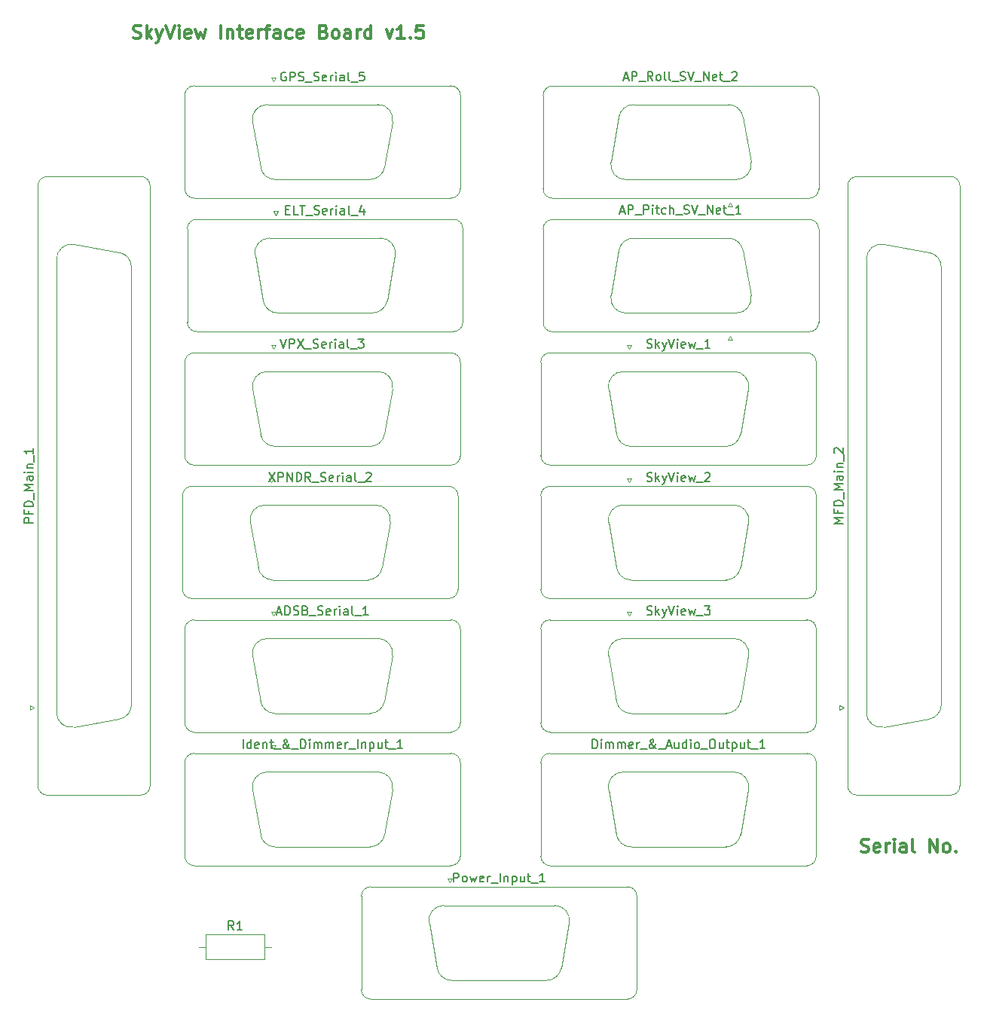
<source format=gbr>
%TF.GenerationSoftware,KiCad,Pcbnew,7.0.9*%
%TF.CreationDate,2024-02-19T16:35:41-08:00*%
%TF.ProjectId,Interconnect Board,496e7465-7263-46f6-9e6e-65637420426f,v1.5*%
%TF.SameCoordinates,Original*%
%TF.FileFunction,Legend,Top*%
%TF.FilePolarity,Positive*%
%FSLAX46Y46*%
G04 Gerber Fmt 4.6, Leading zero omitted, Abs format (unit mm)*
G04 Created by KiCad (PCBNEW 7.0.9) date 2024-02-19 16:35:41*
%MOMM*%
%LPD*%
G01*
G04 APERTURE LIST*
%ADD10C,0.300000*%
%ADD11C,0.150000*%
%ADD12C,0.120000*%
G04 APERTURE END LIST*
D10*
X207633177Y-107824549D02*
X207847463Y-107895977D01*
X207847463Y-107895977D02*
X208204605Y-107895977D01*
X208204605Y-107895977D02*
X208347463Y-107824549D01*
X208347463Y-107824549D02*
X208418891Y-107753120D01*
X208418891Y-107753120D02*
X208490320Y-107610263D01*
X208490320Y-107610263D02*
X208490320Y-107467406D01*
X208490320Y-107467406D02*
X208418891Y-107324549D01*
X208418891Y-107324549D02*
X208347463Y-107253120D01*
X208347463Y-107253120D02*
X208204605Y-107181691D01*
X208204605Y-107181691D02*
X207918891Y-107110263D01*
X207918891Y-107110263D02*
X207776034Y-107038834D01*
X207776034Y-107038834D02*
X207704605Y-106967406D01*
X207704605Y-106967406D02*
X207633177Y-106824549D01*
X207633177Y-106824549D02*
X207633177Y-106681691D01*
X207633177Y-106681691D02*
X207704605Y-106538834D01*
X207704605Y-106538834D02*
X207776034Y-106467406D01*
X207776034Y-106467406D02*
X207918891Y-106395977D01*
X207918891Y-106395977D02*
X208276034Y-106395977D01*
X208276034Y-106395977D02*
X208490320Y-106467406D01*
X209704605Y-107824549D02*
X209561748Y-107895977D01*
X209561748Y-107895977D02*
X209276034Y-107895977D01*
X209276034Y-107895977D02*
X209133176Y-107824549D01*
X209133176Y-107824549D02*
X209061748Y-107681691D01*
X209061748Y-107681691D02*
X209061748Y-107110263D01*
X209061748Y-107110263D02*
X209133176Y-106967406D01*
X209133176Y-106967406D02*
X209276034Y-106895977D01*
X209276034Y-106895977D02*
X209561748Y-106895977D01*
X209561748Y-106895977D02*
X209704605Y-106967406D01*
X209704605Y-106967406D02*
X209776034Y-107110263D01*
X209776034Y-107110263D02*
X209776034Y-107253120D01*
X209776034Y-107253120D02*
X209061748Y-107395977D01*
X210418890Y-107895977D02*
X210418890Y-106895977D01*
X210418890Y-107181691D02*
X210490319Y-107038834D01*
X210490319Y-107038834D02*
X210561748Y-106967406D01*
X210561748Y-106967406D02*
X210704605Y-106895977D01*
X210704605Y-106895977D02*
X210847462Y-106895977D01*
X211347461Y-107895977D02*
X211347461Y-106895977D01*
X211347461Y-106395977D02*
X211276033Y-106467406D01*
X211276033Y-106467406D02*
X211347461Y-106538834D01*
X211347461Y-106538834D02*
X211418890Y-106467406D01*
X211418890Y-106467406D02*
X211347461Y-106395977D01*
X211347461Y-106395977D02*
X211347461Y-106538834D01*
X212704605Y-107895977D02*
X212704605Y-107110263D01*
X212704605Y-107110263D02*
X212633176Y-106967406D01*
X212633176Y-106967406D02*
X212490319Y-106895977D01*
X212490319Y-106895977D02*
X212204605Y-106895977D01*
X212204605Y-106895977D02*
X212061747Y-106967406D01*
X212704605Y-107824549D02*
X212561747Y-107895977D01*
X212561747Y-107895977D02*
X212204605Y-107895977D01*
X212204605Y-107895977D02*
X212061747Y-107824549D01*
X212061747Y-107824549D02*
X211990319Y-107681691D01*
X211990319Y-107681691D02*
X211990319Y-107538834D01*
X211990319Y-107538834D02*
X212061747Y-107395977D01*
X212061747Y-107395977D02*
X212204605Y-107324549D01*
X212204605Y-107324549D02*
X212561747Y-107324549D01*
X212561747Y-107324549D02*
X212704605Y-107253120D01*
X213633176Y-107895977D02*
X213490319Y-107824549D01*
X213490319Y-107824549D02*
X213418890Y-107681691D01*
X213418890Y-107681691D02*
X213418890Y-106395977D01*
X215347461Y-107895977D02*
X215347461Y-106395977D01*
X215347461Y-106395977D02*
X216204604Y-107895977D01*
X216204604Y-107895977D02*
X216204604Y-106395977D01*
X217133176Y-107895977D02*
X216990319Y-107824549D01*
X216990319Y-107824549D02*
X216918890Y-107753120D01*
X216918890Y-107753120D02*
X216847462Y-107610263D01*
X216847462Y-107610263D02*
X216847462Y-107181691D01*
X216847462Y-107181691D02*
X216918890Y-107038834D01*
X216918890Y-107038834D02*
X216990319Y-106967406D01*
X216990319Y-106967406D02*
X217133176Y-106895977D01*
X217133176Y-106895977D02*
X217347462Y-106895977D01*
X217347462Y-106895977D02*
X217490319Y-106967406D01*
X217490319Y-106967406D02*
X217561748Y-107038834D01*
X217561748Y-107038834D02*
X217633176Y-107181691D01*
X217633176Y-107181691D02*
X217633176Y-107610263D01*
X217633176Y-107610263D02*
X217561748Y-107753120D01*
X217561748Y-107753120D02*
X217490319Y-107824549D01*
X217490319Y-107824549D02*
X217347462Y-107895977D01*
X217347462Y-107895977D02*
X217133176Y-107895977D01*
X218276033Y-107753120D02*
X218347462Y-107824549D01*
X218347462Y-107824549D02*
X218276033Y-107895977D01*
X218276033Y-107895977D02*
X218204605Y-107824549D01*
X218204605Y-107824549D02*
X218276033Y-107753120D01*
X218276033Y-107753120D02*
X218276033Y-107895977D01*
X125845177Y-16384549D02*
X126059463Y-16455977D01*
X126059463Y-16455977D02*
X126416605Y-16455977D01*
X126416605Y-16455977D02*
X126559463Y-16384549D01*
X126559463Y-16384549D02*
X126630891Y-16313120D01*
X126630891Y-16313120D02*
X126702320Y-16170263D01*
X126702320Y-16170263D02*
X126702320Y-16027406D01*
X126702320Y-16027406D02*
X126630891Y-15884549D01*
X126630891Y-15884549D02*
X126559463Y-15813120D01*
X126559463Y-15813120D02*
X126416605Y-15741691D01*
X126416605Y-15741691D02*
X126130891Y-15670263D01*
X126130891Y-15670263D02*
X125988034Y-15598834D01*
X125988034Y-15598834D02*
X125916605Y-15527406D01*
X125916605Y-15527406D02*
X125845177Y-15384549D01*
X125845177Y-15384549D02*
X125845177Y-15241691D01*
X125845177Y-15241691D02*
X125916605Y-15098834D01*
X125916605Y-15098834D02*
X125988034Y-15027406D01*
X125988034Y-15027406D02*
X126130891Y-14955977D01*
X126130891Y-14955977D02*
X126488034Y-14955977D01*
X126488034Y-14955977D02*
X126702320Y-15027406D01*
X127345176Y-16455977D02*
X127345176Y-14955977D01*
X127488034Y-15884549D02*
X127916605Y-16455977D01*
X127916605Y-15455977D02*
X127345176Y-16027406D01*
X128416605Y-15455977D02*
X128773748Y-16455977D01*
X129130891Y-15455977D02*
X128773748Y-16455977D01*
X128773748Y-16455977D02*
X128630891Y-16813120D01*
X128630891Y-16813120D02*
X128559462Y-16884549D01*
X128559462Y-16884549D02*
X128416605Y-16955977D01*
X129488034Y-14955977D02*
X129988034Y-16455977D01*
X129988034Y-16455977D02*
X130488034Y-14955977D01*
X130988033Y-16455977D02*
X130988033Y-15455977D01*
X130988033Y-14955977D02*
X130916605Y-15027406D01*
X130916605Y-15027406D02*
X130988033Y-15098834D01*
X130988033Y-15098834D02*
X131059462Y-15027406D01*
X131059462Y-15027406D02*
X130988033Y-14955977D01*
X130988033Y-14955977D02*
X130988033Y-15098834D01*
X132273748Y-16384549D02*
X132130891Y-16455977D01*
X132130891Y-16455977D02*
X131845177Y-16455977D01*
X131845177Y-16455977D02*
X131702319Y-16384549D01*
X131702319Y-16384549D02*
X131630891Y-16241691D01*
X131630891Y-16241691D02*
X131630891Y-15670263D01*
X131630891Y-15670263D02*
X131702319Y-15527406D01*
X131702319Y-15527406D02*
X131845177Y-15455977D01*
X131845177Y-15455977D02*
X132130891Y-15455977D01*
X132130891Y-15455977D02*
X132273748Y-15527406D01*
X132273748Y-15527406D02*
X132345177Y-15670263D01*
X132345177Y-15670263D02*
X132345177Y-15813120D01*
X132345177Y-15813120D02*
X131630891Y-15955977D01*
X132845176Y-15455977D02*
X133130891Y-16455977D01*
X133130891Y-16455977D02*
X133416605Y-15741691D01*
X133416605Y-15741691D02*
X133702319Y-16455977D01*
X133702319Y-16455977D02*
X133988033Y-15455977D01*
X135702319Y-16455977D02*
X135702319Y-14955977D01*
X136416605Y-15455977D02*
X136416605Y-16455977D01*
X136416605Y-15598834D02*
X136488034Y-15527406D01*
X136488034Y-15527406D02*
X136630891Y-15455977D01*
X136630891Y-15455977D02*
X136845177Y-15455977D01*
X136845177Y-15455977D02*
X136988034Y-15527406D01*
X136988034Y-15527406D02*
X137059463Y-15670263D01*
X137059463Y-15670263D02*
X137059463Y-16455977D01*
X137559463Y-15455977D02*
X138130891Y-15455977D01*
X137773748Y-14955977D02*
X137773748Y-16241691D01*
X137773748Y-16241691D02*
X137845177Y-16384549D01*
X137845177Y-16384549D02*
X137988034Y-16455977D01*
X137988034Y-16455977D02*
X138130891Y-16455977D01*
X139202320Y-16384549D02*
X139059463Y-16455977D01*
X139059463Y-16455977D02*
X138773749Y-16455977D01*
X138773749Y-16455977D02*
X138630891Y-16384549D01*
X138630891Y-16384549D02*
X138559463Y-16241691D01*
X138559463Y-16241691D02*
X138559463Y-15670263D01*
X138559463Y-15670263D02*
X138630891Y-15527406D01*
X138630891Y-15527406D02*
X138773749Y-15455977D01*
X138773749Y-15455977D02*
X139059463Y-15455977D01*
X139059463Y-15455977D02*
X139202320Y-15527406D01*
X139202320Y-15527406D02*
X139273749Y-15670263D01*
X139273749Y-15670263D02*
X139273749Y-15813120D01*
X139273749Y-15813120D02*
X138559463Y-15955977D01*
X139916605Y-16455977D02*
X139916605Y-15455977D01*
X139916605Y-15741691D02*
X139988034Y-15598834D01*
X139988034Y-15598834D02*
X140059463Y-15527406D01*
X140059463Y-15527406D02*
X140202320Y-15455977D01*
X140202320Y-15455977D02*
X140345177Y-15455977D01*
X140630891Y-15455977D02*
X141202319Y-15455977D01*
X140845176Y-16455977D02*
X140845176Y-15170263D01*
X140845176Y-15170263D02*
X140916605Y-15027406D01*
X140916605Y-15027406D02*
X141059462Y-14955977D01*
X141059462Y-14955977D02*
X141202319Y-14955977D01*
X142345177Y-16455977D02*
X142345177Y-15670263D01*
X142345177Y-15670263D02*
X142273748Y-15527406D01*
X142273748Y-15527406D02*
X142130891Y-15455977D01*
X142130891Y-15455977D02*
X141845177Y-15455977D01*
X141845177Y-15455977D02*
X141702319Y-15527406D01*
X142345177Y-16384549D02*
X142202319Y-16455977D01*
X142202319Y-16455977D02*
X141845177Y-16455977D01*
X141845177Y-16455977D02*
X141702319Y-16384549D01*
X141702319Y-16384549D02*
X141630891Y-16241691D01*
X141630891Y-16241691D02*
X141630891Y-16098834D01*
X141630891Y-16098834D02*
X141702319Y-15955977D01*
X141702319Y-15955977D02*
X141845177Y-15884549D01*
X141845177Y-15884549D02*
X142202319Y-15884549D01*
X142202319Y-15884549D02*
X142345177Y-15813120D01*
X143702320Y-16384549D02*
X143559462Y-16455977D01*
X143559462Y-16455977D02*
X143273748Y-16455977D01*
X143273748Y-16455977D02*
X143130891Y-16384549D01*
X143130891Y-16384549D02*
X143059462Y-16313120D01*
X143059462Y-16313120D02*
X142988034Y-16170263D01*
X142988034Y-16170263D02*
X142988034Y-15741691D01*
X142988034Y-15741691D02*
X143059462Y-15598834D01*
X143059462Y-15598834D02*
X143130891Y-15527406D01*
X143130891Y-15527406D02*
X143273748Y-15455977D01*
X143273748Y-15455977D02*
X143559462Y-15455977D01*
X143559462Y-15455977D02*
X143702320Y-15527406D01*
X144916605Y-16384549D02*
X144773748Y-16455977D01*
X144773748Y-16455977D02*
X144488034Y-16455977D01*
X144488034Y-16455977D02*
X144345176Y-16384549D01*
X144345176Y-16384549D02*
X144273748Y-16241691D01*
X144273748Y-16241691D02*
X144273748Y-15670263D01*
X144273748Y-15670263D02*
X144345176Y-15527406D01*
X144345176Y-15527406D02*
X144488034Y-15455977D01*
X144488034Y-15455977D02*
X144773748Y-15455977D01*
X144773748Y-15455977D02*
X144916605Y-15527406D01*
X144916605Y-15527406D02*
X144988034Y-15670263D01*
X144988034Y-15670263D02*
X144988034Y-15813120D01*
X144988034Y-15813120D02*
X144273748Y-15955977D01*
X147273747Y-15670263D02*
X147488033Y-15741691D01*
X147488033Y-15741691D02*
X147559462Y-15813120D01*
X147559462Y-15813120D02*
X147630890Y-15955977D01*
X147630890Y-15955977D02*
X147630890Y-16170263D01*
X147630890Y-16170263D02*
X147559462Y-16313120D01*
X147559462Y-16313120D02*
X147488033Y-16384549D01*
X147488033Y-16384549D02*
X147345176Y-16455977D01*
X147345176Y-16455977D02*
X146773747Y-16455977D01*
X146773747Y-16455977D02*
X146773747Y-14955977D01*
X146773747Y-14955977D02*
X147273747Y-14955977D01*
X147273747Y-14955977D02*
X147416605Y-15027406D01*
X147416605Y-15027406D02*
X147488033Y-15098834D01*
X147488033Y-15098834D02*
X147559462Y-15241691D01*
X147559462Y-15241691D02*
X147559462Y-15384549D01*
X147559462Y-15384549D02*
X147488033Y-15527406D01*
X147488033Y-15527406D02*
X147416605Y-15598834D01*
X147416605Y-15598834D02*
X147273747Y-15670263D01*
X147273747Y-15670263D02*
X146773747Y-15670263D01*
X148488033Y-16455977D02*
X148345176Y-16384549D01*
X148345176Y-16384549D02*
X148273747Y-16313120D01*
X148273747Y-16313120D02*
X148202319Y-16170263D01*
X148202319Y-16170263D02*
X148202319Y-15741691D01*
X148202319Y-15741691D02*
X148273747Y-15598834D01*
X148273747Y-15598834D02*
X148345176Y-15527406D01*
X148345176Y-15527406D02*
X148488033Y-15455977D01*
X148488033Y-15455977D02*
X148702319Y-15455977D01*
X148702319Y-15455977D02*
X148845176Y-15527406D01*
X148845176Y-15527406D02*
X148916605Y-15598834D01*
X148916605Y-15598834D02*
X148988033Y-15741691D01*
X148988033Y-15741691D02*
X148988033Y-16170263D01*
X148988033Y-16170263D02*
X148916605Y-16313120D01*
X148916605Y-16313120D02*
X148845176Y-16384549D01*
X148845176Y-16384549D02*
X148702319Y-16455977D01*
X148702319Y-16455977D02*
X148488033Y-16455977D01*
X150273748Y-16455977D02*
X150273748Y-15670263D01*
X150273748Y-15670263D02*
X150202319Y-15527406D01*
X150202319Y-15527406D02*
X150059462Y-15455977D01*
X150059462Y-15455977D02*
X149773748Y-15455977D01*
X149773748Y-15455977D02*
X149630890Y-15527406D01*
X150273748Y-16384549D02*
X150130890Y-16455977D01*
X150130890Y-16455977D02*
X149773748Y-16455977D01*
X149773748Y-16455977D02*
X149630890Y-16384549D01*
X149630890Y-16384549D02*
X149559462Y-16241691D01*
X149559462Y-16241691D02*
X149559462Y-16098834D01*
X149559462Y-16098834D02*
X149630890Y-15955977D01*
X149630890Y-15955977D02*
X149773748Y-15884549D01*
X149773748Y-15884549D02*
X150130890Y-15884549D01*
X150130890Y-15884549D02*
X150273748Y-15813120D01*
X150988033Y-16455977D02*
X150988033Y-15455977D01*
X150988033Y-15741691D02*
X151059462Y-15598834D01*
X151059462Y-15598834D02*
X151130891Y-15527406D01*
X151130891Y-15527406D02*
X151273748Y-15455977D01*
X151273748Y-15455977D02*
X151416605Y-15455977D01*
X152559462Y-16455977D02*
X152559462Y-14955977D01*
X152559462Y-16384549D02*
X152416604Y-16455977D01*
X152416604Y-16455977D02*
X152130890Y-16455977D01*
X152130890Y-16455977D02*
X151988033Y-16384549D01*
X151988033Y-16384549D02*
X151916604Y-16313120D01*
X151916604Y-16313120D02*
X151845176Y-16170263D01*
X151845176Y-16170263D02*
X151845176Y-15741691D01*
X151845176Y-15741691D02*
X151916604Y-15598834D01*
X151916604Y-15598834D02*
X151988033Y-15527406D01*
X151988033Y-15527406D02*
X152130890Y-15455977D01*
X152130890Y-15455977D02*
X152416604Y-15455977D01*
X152416604Y-15455977D02*
X152559462Y-15527406D01*
X154273747Y-15455977D02*
X154630890Y-16455977D01*
X154630890Y-16455977D02*
X154988033Y-15455977D01*
X156345176Y-16455977D02*
X155488033Y-16455977D01*
X155916604Y-16455977D02*
X155916604Y-14955977D01*
X155916604Y-14955977D02*
X155773747Y-15170263D01*
X155773747Y-15170263D02*
X155630890Y-15313120D01*
X155630890Y-15313120D02*
X155488033Y-15384549D01*
X156988032Y-16313120D02*
X157059461Y-16384549D01*
X157059461Y-16384549D02*
X156988032Y-16455977D01*
X156988032Y-16455977D02*
X156916604Y-16384549D01*
X156916604Y-16384549D02*
X156988032Y-16313120D01*
X156988032Y-16313120D02*
X156988032Y-16455977D01*
X158416604Y-14955977D02*
X157702318Y-14955977D01*
X157702318Y-14955977D02*
X157630890Y-15670263D01*
X157630890Y-15670263D02*
X157702318Y-15598834D01*
X157702318Y-15598834D02*
X157845176Y-15527406D01*
X157845176Y-15527406D02*
X158202318Y-15527406D01*
X158202318Y-15527406D02*
X158345176Y-15598834D01*
X158345176Y-15598834D02*
X158416604Y-15670263D01*
X158416604Y-15670263D02*
X158488033Y-15813120D01*
X158488033Y-15813120D02*
X158488033Y-16170263D01*
X158488033Y-16170263D02*
X158416604Y-16313120D01*
X158416604Y-16313120D02*
X158345176Y-16384549D01*
X158345176Y-16384549D02*
X158202318Y-16455977D01*
X158202318Y-16455977D02*
X157845176Y-16455977D01*
X157845176Y-16455977D02*
X157702318Y-16384549D01*
X157702318Y-16384549D02*
X157630890Y-16313120D01*
D11*
X137133433Y-116593919D02*
X136800100Y-116117728D01*
X136562005Y-116593919D02*
X136562005Y-115593919D01*
X136562005Y-115593919D02*
X136942957Y-115593919D01*
X136942957Y-115593919D02*
X137038195Y-115641538D01*
X137038195Y-115641538D02*
X137085814Y-115689157D01*
X137085814Y-115689157D02*
X137133433Y-115784395D01*
X137133433Y-115784395D02*
X137133433Y-115927252D01*
X137133433Y-115927252D02*
X137085814Y-116022490D01*
X137085814Y-116022490D02*
X137038195Y-116070109D01*
X137038195Y-116070109D02*
X136942957Y-116117728D01*
X136942957Y-116117728D02*
X136562005Y-116117728D01*
X138085814Y-116593919D02*
X137514386Y-116593919D01*
X137800100Y-116593919D02*
X137800100Y-115593919D01*
X137800100Y-115593919D02*
X137704862Y-115736776D01*
X137704862Y-115736776D02*
X137609624Y-115832014D01*
X137609624Y-115832014D02*
X137514386Y-115879633D01*
X161868861Y-111213919D02*
X161868861Y-110213919D01*
X161868861Y-110213919D02*
X162249813Y-110213919D01*
X162249813Y-110213919D02*
X162345051Y-110261538D01*
X162345051Y-110261538D02*
X162392670Y-110309157D01*
X162392670Y-110309157D02*
X162440289Y-110404395D01*
X162440289Y-110404395D02*
X162440289Y-110547252D01*
X162440289Y-110547252D02*
X162392670Y-110642490D01*
X162392670Y-110642490D02*
X162345051Y-110690109D01*
X162345051Y-110690109D02*
X162249813Y-110737728D01*
X162249813Y-110737728D02*
X161868861Y-110737728D01*
X163011718Y-111213919D02*
X162916480Y-111166300D01*
X162916480Y-111166300D02*
X162868861Y-111118680D01*
X162868861Y-111118680D02*
X162821242Y-111023442D01*
X162821242Y-111023442D02*
X162821242Y-110737728D01*
X162821242Y-110737728D02*
X162868861Y-110642490D01*
X162868861Y-110642490D02*
X162916480Y-110594871D01*
X162916480Y-110594871D02*
X163011718Y-110547252D01*
X163011718Y-110547252D02*
X163154575Y-110547252D01*
X163154575Y-110547252D02*
X163249813Y-110594871D01*
X163249813Y-110594871D02*
X163297432Y-110642490D01*
X163297432Y-110642490D02*
X163345051Y-110737728D01*
X163345051Y-110737728D02*
X163345051Y-111023442D01*
X163345051Y-111023442D02*
X163297432Y-111118680D01*
X163297432Y-111118680D02*
X163249813Y-111166300D01*
X163249813Y-111166300D02*
X163154575Y-111213919D01*
X163154575Y-111213919D02*
X163011718Y-111213919D01*
X163678385Y-110547252D02*
X163868861Y-111213919D01*
X163868861Y-111213919D02*
X164059337Y-110737728D01*
X164059337Y-110737728D02*
X164249813Y-111213919D01*
X164249813Y-111213919D02*
X164440289Y-110547252D01*
X165202194Y-111166300D02*
X165106956Y-111213919D01*
X165106956Y-111213919D02*
X164916480Y-111213919D01*
X164916480Y-111213919D02*
X164821242Y-111166300D01*
X164821242Y-111166300D02*
X164773623Y-111071061D01*
X164773623Y-111071061D02*
X164773623Y-110690109D01*
X164773623Y-110690109D02*
X164821242Y-110594871D01*
X164821242Y-110594871D02*
X164916480Y-110547252D01*
X164916480Y-110547252D02*
X165106956Y-110547252D01*
X165106956Y-110547252D02*
X165202194Y-110594871D01*
X165202194Y-110594871D02*
X165249813Y-110690109D01*
X165249813Y-110690109D02*
X165249813Y-110785347D01*
X165249813Y-110785347D02*
X164773623Y-110880585D01*
X165678385Y-111213919D02*
X165678385Y-110547252D01*
X165678385Y-110737728D02*
X165726004Y-110642490D01*
X165726004Y-110642490D02*
X165773623Y-110594871D01*
X165773623Y-110594871D02*
X165868861Y-110547252D01*
X165868861Y-110547252D02*
X165964099Y-110547252D01*
X166059338Y-111309157D02*
X166821242Y-111309157D01*
X167059338Y-111213919D02*
X167059338Y-110213919D01*
X167535528Y-110547252D02*
X167535528Y-111213919D01*
X167535528Y-110642490D02*
X167583147Y-110594871D01*
X167583147Y-110594871D02*
X167678385Y-110547252D01*
X167678385Y-110547252D02*
X167821242Y-110547252D01*
X167821242Y-110547252D02*
X167916480Y-110594871D01*
X167916480Y-110594871D02*
X167964099Y-110690109D01*
X167964099Y-110690109D02*
X167964099Y-111213919D01*
X168440290Y-110547252D02*
X168440290Y-111547252D01*
X168440290Y-110594871D02*
X168535528Y-110547252D01*
X168535528Y-110547252D02*
X168726004Y-110547252D01*
X168726004Y-110547252D02*
X168821242Y-110594871D01*
X168821242Y-110594871D02*
X168868861Y-110642490D01*
X168868861Y-110642490D02*
X168916480Y-110737728D01*
X168916480Y-110737728D02*
X168916480Y-111023442D01*
X168916480Y-111023442D02*
X168868861Y-111118680D01*
X168868861Y-111118680D02*
X168821242Y-111166300D01*
X168821242Y-111166300D02*
X168726004Y-111213919D01*
X168726004Y-111213919D02*
X168535528Y-111213919D01*
X168535528Y-111213919D02*
X168440290Y-111166300D01*
X169773623Y-110547252D02*
X169773623Y-111213919D01*
X169345052Y-110547252D02*
X169345052Y-111071061D01*
X169345052Y-111071061D02*
X169392671Y-111166300D01*
X169392671Y-111166300D02*
X169487909Y-111213919D01*
X169487909Y-111213919D02*
X169630766Y-111213919D01*
X169630766Y-111213919D02*
X169726004Y-111166300D01*
X169726004Y-111166300D02*
X169773623Y-111118680D01*
X170106957Y-110547252D02*
X170487909Y-110547252D01*
X170249814Y-110213919D02*
X170249814Y-111071061D01*
X170249814Y-111071061D02*
X170297433Y-111166300D01*
X170297433Y-111166300D02*
X170392671Y-111213919D01*
X170392671Y-111213919D02*
X170487909Y-111213919D01*
X170583148Y-111309157D02*
X171345052Y-111309157D01*
X172106957Y-111213919D02*
X171535529Y-111213919D01*
X171821243Y-111213919D02*
X171821243Y-110213919D01*
X171821243Y-110213919D02*
X171726005Y-110356776D01*
X171726005Y-110356776D02*
X171630767Y-110452014D01*
X171630767Y-110452014D02*
X171535529Y-110499633D01*
X180980956Y-20888204D02*
X181457146Y-20888204D01*
X180885718Y-21173919D02*
X181219051Y-20173919D01*
X181219051Y-20173919D02*
X181552384Y-21173919D01*
X181885718Y-21173919D02*
X181885718Y-20173919D01*
X181885718Y-20173919D02*
X182266670Y-20173919D01*
X182266670Y-20173919D02*
X182361908Y-20221538D01*
X182361908Y-20221538D02*
X182409527Y-20269157D01*
X182409527Y-20269157D02*
X182457146Y-20364395D01*
X182457146Y-20364395D02*
X182457146Y-20507252D01*
X182457146Y-20507252D02*
X182409527Y-20602490D01*
X182409527Y-20602490D02*
X182361908Y-20650109D01*
X182361908Y-20650109D02*
X182266670Y-20697728D01*
X182266670Y-20697728D02*
X181885718Y-20697728D01*
X182647623Y-21269157D02*
X183409527Y-21269157D01*
X184219051Y-21173919D02*
X183885718Y-20697728D01*
X183647623Y-21173919D02*
X183647623Y-20173919D01*
X183647623Y-20173919D02*
X184028575Y-20173919D01*
X184028575Y-20173919D02*
X184123813Y-20221538D01*
X184123813Y-20221538D02*
X184171432Y-20269157D01*
X184171432Y-20269157D02*
X184219051Y-20364395D01*
X184219051Y-20364395D02*
X184219051Y-20507252D01*
X184219051Y-20507252D02*
X184171432Y-20602490D01*
X184171432Y-20602490D02*
X184123813Y-20650109D01*
X184123813Y-20650109D02*
X184028575Y-20697728D01*
X184028575Y-20697728D02*
X183647623Y-20697728D01*
X184790480Y-21173919D02*
X184695242Y-21126300D01*
X184695242Y-21126300D02*
X184647623Y-21078680D01*
X184647623Y-21078680D02*
X184600004Y-20983442D01*
X184600004Y-20983442D02*
X184600004Y-20697728D01*
X184600004Y-20697728D02*
X184647623Y-20602490D01*
X184647623Y-20602490D02*
X184695242Y-20554871D01*
X184695242Y-20554871D02*
X184790480Y-20507252D01*
X184790480Y-20507252D02*
X184933337Y-20507252D01*
X184933337Y-20507252D02*
X185028575Y-20554871D01*
X185028575Y-20554871D02*
X185076194Y-20602490D01*
X185076194Y-20602490D02*
X185123813Y-20697728D01*
X185123813Y-20697728D02*
X185123813Y-20983442D01*
X185123813Y-20983442D02*
X185076194Y-21078680D01*
X185076194Y-21078680D02*
X185028575Y-21126300D01*
X185028575Y-21126300D02*
X184933337Y-21173919D01*
X184933337Y-21173919D02*
X184790480Y-21173919D01*
X185695242Y-21173919D02*
X185600004Y-21126300D01*
X185600004Y-21126300D02*
X185552385Y-21031061D01*
X185552385Y-21031061D02*
X185552385Y-20173919D01*
X186219052Y-21173919D02*
X186123814Y-21126300D01*
X186123814Y-21126300D02*
X186076195Y-21031061D01*
X186076195Y-21031061D02*
X186076195Y-20173919D01*
X186361910Y-21269157D02*
X187123814Y-21269157D01*
X187314291Y-21126300D02*
X187457148Y-21173919D01*
X187457148Y-21173919D02*
X187695243Y-21173919D01*
X187695243Y-21173919D02*
X187790481Y-21126300D01*
X187790481Y-21126300D02*
X187838100Y-21078680D01*
X187838100Y-21078680D02*
X187885719Y-20983442D01*
X187885719Y-20983442D02*
X187885719Y-20888204D01*
X187885719Y-20888204D02*
X187838100Y-20792966D01*
X187838100Y-20792966D02*
X187790481Y-20745347D01*
X187790481Y-20745347D02*
X187695243Y-20697728D01*
X187695243Y-20697728D02*
X187504767Y-20650109D01*
X187504767Y-20650109D02*
X187409529Y-20602490D01*
X187409529Y-20602490D02*
X187361910Y-20554871D01*
X187361910Y-20554871D02*
X187314291Y-20459633D01*
X187314291Y-20459633D02*
X187314291Y-20364395D01*
X187314291Y-20364395D02*
X187361910Y-20269157D01*
X187361910Y-20269157D02*
X187409529Y-20221538D01*
X187409529Y-20221538D02*
X187504767Y-20173919D01*
X187504767Y-20173919D02*
X187742862Y-20173919D01*
X187742862Y-20173919D02*
X187885719Y-20221538D01*
X188171434Y-20173919D02*
X188504767Y-21173919D01*
X188504767Y-21173919D02*
X188838100Y-20173919D01*
X188933339Y-21269157D02*
X189695243Y-21269157D01*
X189933339Y-21173919D02*
X189933339Y-20173919D01*
X189933339Y-20173919D02*
X190504767Y-21173919D01*
X190504767Y-21173919D02*
X190504767Y-20173919D01*
X191361910Y-21126300D02*
X191266672Y-21173919D01*
X191266672Y-21173919D02*
X191076196Y-21173919D01*
X191076196Y-21173919D02*
X190980958Y-21126300D01*
X190980958Y-21126300D02*
X190933339Y-21031061D01*
X190933339Y-21031061D02*
X190933339Y-20650109D01*
X190933339Y-20650109D02*
X190980958Y-20554871D01*
X190980958Y-20554871D02*
X191076196Y-20507252D01*
X191076196Y-20507252D02*
X191266672Y-20507252D01*
X191266672Y-20507252D02*
X191361910Y-20554871D01*
X191361910Y-20554871D02*
X191409529Y-20650109D01*
X191409529Y-20650109D02*
X191409529Y-20745347D01*
X191409529Y-20745347D02*
X190933339Y-20840585D01*
X191695244Y-20507252D02*
X192076196Y-20507252D01*
X191838101Y-20173919D02*
X191838101Y-21031061D01*
X191838101Y-21031061D02*
X191885720Y-21126300D01*
X191885720Y-21126300D02*
X191980958Y-21173919D01*
X191980958Y-21173919D02*
X192076196Y-21173919D01*
X192171435Y-21269157D02*
X192933339Y-21269157D01*
X193123816Y-20269157D02*
X193171435Y-20221538D01*
X193171435Y-20221538D02*
X193266673Y-20173919D01*
X193266673Y-20173919D02*
X193504768Y-20173919D01*
X193504768Y-20173919D02*
X193600006Y-20221538D01*
X193600006Y-20221538D02*
X193647625Y-20269157D01*
X193647625Y-20269157D02*
X193695244Y-20364395D01*
X193695244Y-20364395D02*
X193695244Y-20459633D01*
X193695244Y-20459633D02*
X193647625Y-20602490D01*
X193647625Y-20602490D02*
X193076197Y-21173919D01*
X193076197Y-21173919D02*
X193695244Y-21173919D01*
X183574381Y-66166300D02*
X183717238Y-66213919D01*
X183717238Y-66213919D02*
X183955333Y-66213919D01*
X183955333Y-66213919D02*
X184050571Y-66166300D01*
X184050571Y-66166300D02*
X184098190Y-66118680D01*
X184098190Y-66118680D02*
X184145809Y-66023442D01*
X184145809Y-66023442D02*
X184145809Y-65928204D01*
X184145809Y-65928204D02*
X184098190Y-65832966D01*
X184098190Y-65832966D02*
X184050571Y-65785347D01*
X184050571Y-65785347D02*
X183955333Y-65737728D01*
X183955333Y-65737728D02*
X183764857Y-65690109D01*
X183764857Y-65690109D02*
X183669619Y-65642490D01*
X183669619Y-65642490D02*
X183622000Y-65594871D01*
X183622000Y-65594871D02*
X183574381Y-65499633D01*
X183574381Y-65499633D02*
X183574381Y-65404395D01*
X183574381Y-65404395D02*
X183622000Y-65309157D01*
X183622000Y-65309157D02*
X183669619Y-65261538D01*
X183669619Y-65261538D02*
X183764857Y-65213919D01*
X183764857Y-65213919D02*
X184002952Y-65213919D01*
X184002952Y-65213919D02*
X184145809Y-65261538D01*
X184574381Y-66213919D02*
X184574381Y-65213919D01*
X184669619Y-65832966D02*
X184955333Y-66213919D01*
X184955333Y-65547252D02*
X184574381Y-65928204D01*
X185288667Y-65547252D02*
X185526762Y-66213919D01*
X185764857Y-65547252D02*
X185526762Y-66213919D01*
X185526762Y-66213919D02*
X185431524Y-66452014D01*
X185431524Y-66452014D02*
X185383905Y-66499633D01*
X185383905Y-66499633D02*
X185288667Y-66547252D01*
X186002953Y-65213919D02*
X186336286Y-66213919D01*
X186336286Y-66213919D02*
X186669619Y-65213919D01*
X187002953Y-66213919D02*
X187002953Y-65547252D01*
X187002953Y-65213919D02*
X186955334Y-65261538D01*
X186955334Y-65261538D02*
X187002953Y-65309157D01*
X187002953Y-65309157D02*
X187050572Y-65261538D01*
X187050572Y-65261538D02*
X187002953Y-65213919D01*
X187002953Y-65213919D02*
X187002953Y-65309157D01*
X187860095Y-66166300D02*
X187764857Y-66213919D01*
X187764857Y-66213919D02*
X187574381Y-66213919D01*
X187574381Y-66213919D02*
X187479143Y-66166300D01*
X187479143Y-66166300D02*
X187431524Y-66071061D01*
X187431524Y-66071061D02*
X187431524Y-65690109D01*
X187431524Y-65690109D02*
X187479143Y-65594871D01*
X187479143Y-65594871D02*
X187574381Y-65547252D01*
X187574381Y-65547252D02*
X187764857Y-65547252D01*
X187764857Y-65547252D02*
X187860095Y-65594871D01*
X187860095Y-65594871D02*
X187907714Y-65690109D01*
X187907714Y-65690109D02*
X187907714Y-65785347D01*
X187907714Y-65785347D02*
X187431524Y-65880585D01*
X188241048Y-65547252D02*
X188431524Y-66213919D01*
X188431524Y-66213919D02*
X188622000Y-65737728D01*
X188622000Y-65737728D02*
X188812476Y-66213919D01*
X188812476Y-66213919D02*
X189002952Y-65547252D01*
X189145810Y-66309157D02*
X189907714Y-66309157D01*
X190098191Y-65309157D02*
X190145810Y-65261538D01*
X190145810Y-65261538D02*
X190241048Y-65213919D01*
X190241048Y-65213919D02*
X190479143Y-65213919D01*
X190479143Y-65213919D02*
X190574381Y-65261538D01*
X190574381Y-65261538D02*
X190622000Y-65309157D01*
X190622000Y-65309157D02*
X190669619Y-65404395D01*
X190669619Y-65404395D02*
X190669619Y-65499633D01*
X190669619Y-65499633D02*
X190622000Y-65642490D01*
X190622000Y-65642490D02*
X190050572Y-66213919D01*
X190050572Y-66213919D02*
X190669619Y-66213919D01*
X205582919Y-70921385D02*
X204582919Y-70921385D01*
X204582919Y-70921385D02*
X205297204Y-70588052D01*
X205297204Y-70588052D02*
X204582919Y-70254719D01*
X204582919Y-70254719D02*
X205582919Y-70254719D01*
X205059109Y-69445195D02*
X205059109Y-69778528D01*
X205582919Y-69778528D02*
X204582919Y-69778528D01*
X204582919Y-69778528D02*
X204582919Y-69302338D01*
X205582919Y-68921385D02*
X204582919Y-68921385D01*
X204582919Y-68921385D02*
X204582919Y-68683290D01*
X204582919Y-68683290D02*
X204630538Y-68540433D01*
X204630538Y-68540433D02*
X204725776Y-68445195D01*
X204725776Y-68445195D02*
X204821014Y-68397576D01*
X204821014Y-68397576D02*
X205011490Y-68349957D01*
X205011490Y-68349957D02*
X205154347Y-68349957D01*
X205154347Y-68349957D02*
X205344823Y-68397576D01*
X205344823Y-68397576D02*
X205440061Y-68445195D01*
X205440061Y-68445195D02*
X205535300Y-68540433D01*
X205535300Y-68540433D02*
X205582919Y-68683290D01*
X205582919Y-68683290D02*
X205582919Y-68921385D01*
X205678157Y-68159481D02*
X205678157Y-67397576D01*
X205582919Y-67159480D02*
X204582919Y-67159480D01*
X204582919Y-67159480D02*
X205297204Y-66826147D01*
X205297204Y-66826147D02*
X204582919Y-66492814D01*
X204582919Y-66492814D02*
X205582919Y-66492814D01*
X205582919Y-65588052D02*
X205059109Y-65588052D01*
X205059109Y-65588052D02*
X204963871Y-65635671D01*
X204963871Y-65635671D02*
X204916252Y-65730909D01*
X204916252Y-65730909D02*
X204916252Y-65921385D01*
X204916252Y-65921385D02*
X204963871Y-66016623D01*
X205535300Y-65588052D02*
X205582919Y-65683290D01*
X205582919Y-65683290D02*
X205582919Y-65921385D01*
X205582919Y-65921385D02*
X205535300Y-66016623D01*
X205535300Y-66016623D02*
X205440061Y-66064242D01*
X205440061Y-66064242D02*
X205344823Y-66064242D01*
X205344823Y-66064242D02*
X205249585Y-66016623D01*
X205249585Y-66016623D02*
X205201966Y-65921385D01*
X205201966Y-65921385D02*
X205201966Y-65683290D01*
X205201966Y-65683290D02*
X205154347Y-65588052D01*
X205582919Y-65111861D02*
X204916252Y-65111861D01*
X204582919Y-65111861D02*
X204630538Y-65159480D01*
X204630538Y-65159480D02*
X204678157Y-65111861D01*
X204678157Y-65111861D02*
X204630538Y-65064242D01*
X204630538Y-65064242D02*
X204582919Y-65111861D01*
X204582919Y-65111861D02*
X204678157Y-65111861D01*
X204916252Y-64635671D02*
X205582919Y-64635671D01*
X205011490Y-64635671D02*
X204963871Y-64588052D01*
X204963871Y-64588052D02*
X204916252Y-64492814D01*
X204916252Y-64492814D02*
X204916252Y-64349957D01*
X204916252Y-64349957D02*
X204963871Y-64254719D01*
X204963871Y-64254719D02*
X205059109Y-64207100D01*
X205059109Y-64207100D02*
X205582919Y-64207100D01*
X205678157Y-63969005D02*
X205678157Y-63207100D01*
X204678157Y-63016623D02*
X204630538Y-62969004D01*
X204630538Y-62969004D02*
X204582919Y-62873766D01*
X204582919Y-62873766D02*
X204582919Y-62635671D01*
X204582919Y-62635671D02*
X204630538Y-62540433D01*
X204630538Y-62540433D02*
X204678157Y-62492814D01*
X204678157Y-62492814D02*
X204773395Y-62445195D01*
X204773395Y-62445195D02*
X204868633Y-62445195D01*
X204868633Y-62445195D02*
X205011490Y-62492814D01*
X205011490Y-62492814D02*
X205582919Y-63064242D01*
X205582919Y-63064242D02*
X205582919Y-62445195D01*
X114582919Y-70849956D02*
X113582919Y-70849956D01*
X113582919Y-70849956D02*
X113582919Y-70469004D01*
X113582919Y-70469004D02*
X113630538Y-70373766D01*
X113630538Y-70373766D02*
X113678157Y-70326147D01*
X113678157Y-70326147D02*
X113773395Y-70278528D01*
X113773395Y-70278528D02*
X113916252Y-70278528D01*
X113916252Y-70278528D02*
X114011490Y-70326147D01*
X114011490Y-70326147D02*
X114059109Y-70373766D01*
X114059109Y-70373766D02*
X114106728Y-70469004D01*
X114106728Y-70469004D02*
X114106728Y-70849956D01*
X114059109Y-69516623D02*
X114059109Y-69849956D01*
X114582919Y-69849956D02*
X113582919Y-69849956D01*
X113582919Y-69849956D02*
X113582919Y-69373766D01*
X114582919Y-68992813D02*
X113582919Y-68992813D01*
X113582919Y-68992813D02*
X113582919Y-68754718D01*
X113582919Y-68754718D02*
X113630538Y-68611861D01*
X113630538Y-68611861D02*
X113725776Y-68516623D01*
X113725776Y-68516623D02*
X113821014Y-68469004D01*
X113821014Y-68469004D02*
X114011490Y-68421385D01*
X114011490Y-68421385D02*
X114154347Y-68421385D01*
X114154347Y-68421385D02*
X114344823Y-68469004D01*
X114344823Y-68469004D02*
X114440061Y-68516623D01*
X114440061Y-68516623D02*
X114535300Y-68611861D01*
X114535300Y-68611861D02*
X114582919Y-68754718D01*
X114582919Y-68754718D02*
X114582919Y-68992813D01*
X114678157Y-68230909D02*
X114678157Y-67469004D01*
X114582919Y-67230908D02*
X113582919Y-67230908D01*
X113582919Y-67230908D02*
X114297204Y-66897575D01*
X114297204Y-66897575D02*
X113582919Y-66564242D01*
X113582919Y-66564242D02*
X114582919Y-66564242D01*
X114582919Y-65659480D02*
X114059109Y-65659480D01*
X114059109Y-65659480D02*
X113963871Y-65707099D01*
X113963871Y-65707099D02*
X113916252Y-65802337D01*
X113916252Y-65802337D02*
X113916252Y-65992813D01*
X113916252Y-65992813D02*
X113963871Y-66088051D01*
X114535300Y-65659480D02*
X114582919Y-65754718D01*
X114582919Y-65754718D02*
X114582919Y-65992813D01*
X114582919Y-65992813D02*
X114535300Y-66088051D01*
X114535300Y-66088051D02*
X114440061Y-66135670D01*
X114440061Y-66135670D02*
X114344823Y-66135670D01*
X114344823Y-66135670D02*
X114249585Y-66088051D01*
X114249585Y-66088051D02*
X114201966Y-65992813D01*
X114201966Y-65992813D02*
X114201966Y-65754718D01*
X114201966Y-65754718D02*
X114154347Y-65659480D01*
X114582919Y-65183289D02*
X113916252Y-65183289D01*
X113582919Y-65183289D02*
X113630538Y-65230908D01*
X113630538Y-65230908D02*
X113678157Y-65183289D01*
X113678157Y-65183289D02*
X113630538Y-65135670D01*
X113630538Y-65135670D02*
X113582919Y-65183289D01*
X113582919Y-65183289D02*
X113678157Y-65183289D01*
X113916252Y-64707099D02*
X114582919Y-64707099D01*
X114011490Y-64707099D02*
X113963871Y-64659480D01*
X113963871Y-64659480D02*
X113916252Y-64564242D01*
X113916252Y-64564242D02*
X113916252Y-64421385D01*
X113916252Y-64421385D02*
X113963871Y-64326147D01*
X113963871Y-64326147D02*
X114059109Y-64278528D01*
X114059109Y-64278528D02*
X114582919Y-64278528D01*
X114678157Y-64040433D02*
X114678157Y-63278528D01*
X114582919Y-62516623D02*
X114582919Y-63088051D01*
X114582919Y-62802337D02*
X113582919Y-62802337D01*
X113582919Y-62802337D02*
X113725776Y-62897575D01*
X113725776Y-62897575D02*
X113821014Y-62992813D01*
X113821014Y-62992813D02*
X113868633Y-63088051D01*
X183574381Y-81166300D02*
X183717238Y-81213919D01*
X183717238Y-81213919D02*
X183955333Y-81213919D01*
X183955333Y-81213919D02*
X184050571Y-81166300D01*
X184050571Y-81166300D02*
X184098190Y-81118680D01*
X184098190Y-81118680D02*
X184145809Y-81023442D01*
X184145809Y-81023442D02*
X184145809Y-80928204D01*
X184145809Y-80928204D02*
X184098190Y-80832966D01*
X184098190Y-80832966D02*
X184050571Y-80785347D01*
X184050571Y-80785347D02*
X183955333Y-80737728D01*
X183955333Y-80737728D02*
X183764857Y-80690109D01*
X183764857Y-80690109D02*
X183669619Y-80642490D01*
X183669619Y-80642490D02*
X183622000Y-80594871D01*
X183622000Y-80594871D02*
X183574381Y-80499633D01*
X183574381Y-80499633D02*
X183574381Y-80404395D01*
X183574381Y-80404395D02*
X183622000Y-80309157D01*
X183622000Y-80309157D02*
X183669619Y-80261538D01*
X183669619Y-80261538D02*
X183764857Y-80213919D01*
X183764857Y-80213919D02*
X184002952Y-80213919D01*
X184002952Y-80213919D02*
X184145809Y-80261538D01*
X184574381Y-81213919D02*
X184574381Y-80213919D01*
X184669619Y-80832966D02*
X184955333Y-81213919D01*
X184955333Y-80547252D02*
X184574381Y-80928204D01*
X185288667Y-80547252D02*
X185526762Y-81213919D01*
X185764857Y-80547252D02*
X185526762Y-81213919D01*
X185526762Y-81213919D02*
X185431524Y-81452014D01*
X185431524Y-81452014D02*
X185383905Y-81499633D01*
X185383905Y-81499633D02*
X185288667Y-81547252D01*
X186002953Y-80213919D02*
X186336286Y-81213919D01*
X186336286Y-81213919D02*
X186669619Y-80213919D01*
X187002953Y-81213919D02*
X187002953Y-80547252D01*
X187002953Y-80213919D02*
X186955334Y-80261538D01*
X186955334Y-80261538D02*
X187002953Y-80309157D01*
X187002953Y-80309157D02*
X187050572Y-80261538D01*
X187050572Y-80261538D02*
X187002953Y-80213919D01*
X187002953Y-80213919D02*
X187002953Y-80309157D01*
X187860095Y-81166300D02*
X187764857Y-81213919D01*
X187764857Y-81213919D02*
X187574381Y-81213919D01*
X187574381Y-81213919D02*
X187479143Y-81166300D01*
X187479143Y-81166300D02*
X187431524Y-81071061D01*
X187431524Y-81071061D02*
X187431524Y-80690109D01*
X187431524Y-80690109D02*
X187479143Y-80594871D01*
X187479143Y-80594871D02*
X187574381Y-80547252D01*
X187574381Y-80547252D02*
X187764857Y-80547252D01*
X187764857Y-80547252D02*
X187860095Y-80594871D01*
X187860095Y-80594871D02*
X187907714Y-80690109D01*
X187907714Y-80690109D02*
X187907714Y-80785347D01*
X187907714Y-80785347D02*
X187431524Y-80880585D01*
X188241048Y-80547252D02*
X188431524Y-81213919D01*
X188431524Y-81213919D02*
X188622000Y-80737728D01*
X188622000Y-80737728D02*
X188812476Y-81213919D01*
X188812476Y-81213919D02*
X189002952Y-80547252D01*
X189145810Y-81309157D02*
X189907714Y-81309157D01*
X190050572Y-80213919D02*
X190669619Y-80213919D01*
X190669619Y-80213919D02*
X190336286Y-80594871D01*
X190336286Y-80594871D02*
X190479143Y-80594871D01*
X190479143Y-80594871D02*
X190574381Y-80642490D01*
X190574381Y-80642490D02*
X190622000Y-80690109D01*
X190622000Y-80690109D02*
X190669619Y-80785347D01*
X190669619Y-80785347D02*
X190669619Y-81023442D01*
X190669619Y-81023442D02*
X190622000Y-81118680D01*
X190622000Y-81118680D02*
X190574381Y-81166300D01*
X190574381Y-81166300D02*
X190479143Y-81213919D01*
X190479143Y-81213919D02*
X190193429Y-81213919D01*
X190193429Y-81213919D02*
X190098191Y-81166300D01*
X190098191Y-81166300D02*
X190050572Y-81118680D01*
X142002952Y-80928204D02*
X142479142Y-80928204D01*
X141907714Y-81213919D02*
X142241047Y-80213919D01*
X142241047Y-80213919D02*
X142574380Y-81213919D01*
X142907714Y-81213919D02*
X142907714Y-80213919D01*
X142907714Y-80213919D02*
X143145809Y-80213919D01*
X143145809Y-80213919D02*
X143288666Y-80261538D01*
X143288666Y-80261538D02*
X143383904Y-80356776D01*
X143383904Y-80356776D02*
X143431523Y-80452014D01*
X143431523Y-80452014D02*
X143479142Y-80642490D01*
X143479142Y-80642490D02*
X143479142Y-80785347D01*
X143479142Y-80785347D02*
X143431523Y-80975823D01*
X143431523Y-80975823D02*
X143383904Y-81071061D01*
X143383904Y-81071061D02*
X143288666Y-81166300D01*
X143288666Y-81166300D02*
X143145809Y-81213919D01*
X143145809Y-81213919D02*
X142907714Y-81213919D01*
X143860095Y-81166300D02*
X144002952Y-81213919D01*
X144002952Y-81213919D02*
X144241047Y-81213919D01*
X144241047Y-81213919D02*
X144336285Y-81166300D01*
X144336285Y-81166300D02*
X144383904Y-81118680D01*
X144383904Y-81118680D02*
X144431523Y-81023442D01*
X144431523Y-81023442D02*
X144431523Y-80928204D01*
X144431523Y-80928204D02*
X144383904Y-80832966D01*
X144383904Y-80832966D02*
X144336285Y-80785347D01*
X144336285Y-80785347D02*
X144241047Y-80737728D01*
X144241047Y-80737728D02*
X144050571Y-80690109D01*
X144050571Y-80690109D02*
X143955333Y-80642490D01*
X143955333Y-80642490D02*
X143907714Y-80594871D01*
X143907714Y-80594871D02*
X143860095Y-80499633D01*
X143860095Y-80499633D02*
X143860095Y-80404395D01*
X143860095Y-80404395D02*
X143907714Y-80309157D01*
X143907714Y-80309157D02*
X143955333Y-80261538D01*
X143955333Y-80261538D02*
X144050571Y-80213919D01*
X144050571Y-80213919D02*
X144288666Y-80213919D01*
X144288666Y-80213919D02*
X144431523Y-80261538D01*
X145193428Y-80690109D02*
X145336285Y-80737728D01*
X145336285Y-80737728D02*
X145383904Y-80785347D01*
X145383904Y-80785347D02*
X145431523Y-80880585D01*
X145431523Y-80880585D02*
X145431523Y-81023442D01*
X145431523Y-81023442D02*
X145383904Y-81118680D01*
X145383904Y-81118680D02*
X145336285Y-81166300D01*
X145336285Y-81166300D02*
X145241047Y-81213919D01*
X145241047Y-81213919D02*
X144860095Y-81213919D01*
X144860095Y-81213919D02*
X144860095Y-80213919D01*
X144860095Y-80213919D02*
X145193428Y-80213919D01*
X145193428Y-80213919D02*
X145288666Y-80261538D01*
X145288666Y-80261538D02*
X145336285Y-80309157D01*
X145336285Y-80309157D02*
X145383904Y-80404395D01*
X145383904Y-80404395D02*
X145383904Y-80499633D01*
X145383904Y-80499633D02*
X145336285Y-80594871D01*
X145336285Y-80594871D02*
X145288666Y-80642490D01*
X145288666Y-80642490D02*
X145193428Y-80690109D01*
X145193428Y-80690109D02*
X144860095Y-80690109D01*
X145622000Y-81309157D02*
X146383904Y-81309157D01*
X146574381Y-81166300D02*
X146717238Y-81213919D01*
X146717238Y-81213919D02*
X146955333Y-81213919D01*
X146955333Y-81213919D02*
X147050571Y-81166300D01*
X147050571Y-81166300D02*
X147098190Y-81118680D01*
X147098190Y-81118680D02*
X147145809Y-81023442D01*
X147145809Y-81023442D02*
X147145809Y-80928204D01*
X147145809Y-80928204D02*
X147098190Y-80832966D01*
X147098190Y-80832966D02*
X147050571Y-80785347D01*
X147050571Y-80785347D02*
X146955333Y-80737728D01*
X146955333Y-80737728D02*
X146764857Y-80690109D01*
X146764857Y-80690109D02*
X146669619Y-80642490D01*
X146669619Y-80642490D02*
X146622000Y-80594871D01*
X146622000Y-80594871D02*
X146574381Y-80499633D01*
X146574381Y-80499633D02*
X146574381Y-80404395D01*
X146574381Y-80404395D02*
X146622000Y-80309157D01*
X146622000Y-80309157D02*
X146669619Y-80261538D01*
X146669619Y-80261538D02*
X146764857Y-80213919D01*
X146764857Y-80213919D02*
X147002952Y-80213919D01*
X147002952Y-80213919D02*
X147145809Y-80261538D01*
X147955333Y-81166300D02*
X147860095Y-81213919D01*
X147860095Y-81213919D02*
X147669619Y-81213919D01*
X147669619Y-81213919D02*
X147574381Y-81166300D01*
X147574381Y-81166300D02*
X147526762Y-81071061D01*
X147526762Y-81071061D02*
X147526762Y-80690109D01*
X147526762Y-80690109D02*
X147574381Y-80594871D01*
X147574381Y-80594871D02*
X147669619Y-80547252D01*
X147669619Y-80547252D02*
X147860095Y-80547252D01*
X147860095Y-80547252D02*
X147955333Y-80594871D01*
X147955333Y-80594871D02*
X148002952Y-80690109D01*
X148002952Y-80690109D02*
X148002952Y-80785347D01*
X148002952Y-80785347D02*
X147526762Y-80880585D01*
X148431524Y-81213919D02*
X148431524Y-80547252D01*
X148431524Y-80737728D02*
X148479143Y-80642490D01*
X148479143Y-80642490D02*
X148526762Y-80594871D01*
X148526762Y-80594871D02*
X148622000Y-80547252D01*
X148622000Y-80547252D02*
X148717238Y-80547252D01*
X149050572Y-81213919D02*
X149050572Y-80547252D01*
X149050572Y-80213919D02*
X149002953Y-80261538D01*
X149002953Y-80261538D02*
X149050572Y-80309157D01*
X149050572Y-80309157D02*
X149098191Y-80261538D01*
X149098191Y-80261538D02*
X149050572Y-80213919D01*
X149050572Y-80213919D02*
X149050572Y-80309157D01*
X149955333Y-81213919D02*
X149955333Y-80690109D01*
X149955333Y-80690109D02*
X149907714Y-80594871D01*
X149907714Y-80594871D02*
X149812476Y-80547252D01*
X149812476Y-80547252D02*
X149622000Y-80547252D01*
X149622000Y-80547252D02*
X149526762Y-80594871D01*
X149955333Y-81166300D02*
X149860095Y-81213919D01*
X149860095Y-81213919D02*
X149622000Y-81213919D01*
X149622000Y-81213919D02*
X149526762Y-81166300D01*
X149526762Y-81166300D02*
X149479143Y-81071061D01*
X149479143Y-81071061D02*
X149479143Y-80975823D01*
X149479143Y-80975823D02*
X149526762Y-80880585D01*
X149526762Y-80880585D02*
X149622000Y-80832966D01*
X149622000Y-80832966D02*
X149860095Y-80832966D01*
X149860095Y-80832966D02*
X149955333Y-80785347D01*
X150574381Y-81213919D02*
X150479143Y-81166300D01*
X150479143Y-81166300D02*
X150431524Y-81071061D01*
X150431524Y-81071061D02*
X150431524Y-80213919D01*
X150717239Y-81309157D02*
X151479143Y-81309157D01*
X152241048Y-81213919D02*
X151669620Y-81213919D01*
X151955334Y-81213919D02*
X151955334Y-80213919D01*
X151955334Y-80213919D02*
X151860096Y-80356776D01*
X151860096Y-80356776D02*
X151764858Y-80452014D01*
X151764858Y-80452014D02*
X151669620Y-80499633D01*
X141099195Y-65213919D02*
X141765861Y-66213919D01*
X141765861Y-65213919D02*
X141099195Y-66213919D01*
X142146814Y-66213919D02*
X142146814Y-65213919D01*
X142146814Y-65213919D02*
X142527766Y-65213919D01*
X142527766Y-65213919D02*
X142623004Y-65261538D01*
X142623004Y-65261538D02*
X142670623Y-65309157D01*
X142670623Y-65309157D02*
X142718242Y-65404395D01*
X142718242Y-65404395D02*
X142718242Y-65547252D01*
X142718242Y-65547252D02*
X142670623Y-65642490D01*
X142670623Y-65642490D02*
X142623004Y-65690109D01*
X142623004Y-65690109D02*
X142527766Y-65737728D01*
X142527766Y-65737728D02*
X142146814Y-65737728D01*
X143146814Y-66213919D02*
X143146814Y-65213919D01*
X143146814Y-65213919D02*
X143718242Y-66213919D01*
X143718242Y-66213919D02*
X143718242Y-65213919D01*
X144194433Y-66213919D02*
X144194433Y-65213919D01*
X144194433Y-65213919D02*
X144432528Y-65213919D01*
X144432528Y-65213919D02*
X144575385Y-65261538D01*
X144575385Y-65261538D02*
X144670623Y-65356776D01*
X144670623Y-65356776D02*
X144718242Y-65452014D01*
X144718242Y-65452014D02*
X144765861Y-65642490D01*
X144765861Y-65642490D02*
X144765861Y-65785347D01*
X144765861Y-65785347D02*
X144718242Y-65975823D01*
X144718242Y-65975823D02*
X144670623Y-66071061D01*
X144670623Y-66071061D02*
X144575385Y-66166300D01*
X144575385Y-66166300D02*
X144432528Y-66213919D01*
X144432528Y-66213919D02*
X144194433Y-66213919D01*
X145765861Y-66213919D02*
X145432528Y-65737728D01*
X145194433Y-66213919D02*
X145194433Y-65213919D01*
X145194433Y-65213919D02*
X145575385Y-65213919D01*
X145575385Y-65213919D02*
X145670623Y-65261538D01*
X145670623Y-65261538D02*
X145718242Y-65309157D01*
X145718242Y-65309157D02*
X145765861Y-65404395D01*
X145765861Y-65404395D02*
X145765861Y-65547252D01*
X145765861Y-65547252D02*
X145718242Y-65642490D01*
X145718242Y-65642490D02*
X145670623Y-65690109D01*
X145670623Y-65690109D02*
X145575385Y-65737728D01*
X145575385Y-65737728D02*
X145194433Y-65737728D01*
X145956338Y-66309157D02*
X146718242Y-66309157D01*
X146908719Y-66166300D02*
X147051576Y-66213919D01*
X147051576Y-66213919D02*
X147289671Y-66213919D01*
X147289671Y-66213919D02*
X147384909Y-66166300D01*
X147384909Y-66166300D02*
X147432528Y-66118680D01*
X147432528Y-66118680D02*
X147480147Y-66023442D01*
X147480147Y-66023442D02*
X147480147Y-65928204D01*
X147480147Y-65928204D02*
X147432528Y-65832966D01*
X147432528Y-65832966D02*
X147384909Y-65785347D01*
X147384909Y-65785347D02*
X147289671Y-65737728D01*
X147289671Y-65737728D02*
X147099195Y-65690109D01*
X147099195Y-65690109D02*
X147003957Y-65642490D01*
X147003957Y-65642490D02*
X146956338Y-65594871D01*
X146956338Y-65594871D02*
X146908719Y-65499633D01*
X146908719Y-65499633D02*
X146908719Y-65404395D01*
X146908719Y-65404395D02*
X146956338Y-65309157D01*
X146956338Y-65309157D02*
X147003957Y-65261538D01*
X147003957Y-65261538D02*
X147099195Y-65213919D01*
X147099195Y-65213919D02*
X147337290Y-65213919D01*
X147337290Y-65213919D02*
X147480147Y-65261538D01*
X148289671Y-66166300D02*
X148194433Y-66213919D01*
X148194433Y-66213919D02*
X148003957Y-66213919D01*
X148003957Y-66213919D02*
X147908719Y-66166300D01*
X147908719Y-66166300D02*
X147861100Y-66071061D01*
X147861100Y-66071061D02*
X147861100Y-65690109D01*
X147861100Y-65690109D02*
X147908719Y-65594871D01*
X147908719Y-65594871D02*
X148003957Y-65547252D01*
X148003957Y-65547252D02*
X148194433Y-65547252D01*
X148194433Y-65547252D02*
X148289671Y-65594871D01*
X148289671Y-65594871D02*
X148337290Y-65690109D01*
X148337290Y-65690109D02*
X148337290Y-65785347D01*
X148337290Y-65785347D02*
X147861100Y-65880585D01*
X148765862Y-66213919D02*
X148765862Y-65547252D01*
X148765862Y-65737728D02*
X148813481Y-65642490D01*
X148813481Y-65642490D02*
X148861100Y-65594871D01*
X148861100Y-65594871D02*
X148956338Y-65547252D01*
X148956338Y-65547252D02*
X149051576Y-65547252D01*
X149384910Y-66213919D02*
X149384910Y-65547252D01*
X149384910Y-65213919D02*
X149337291Y-65261538D01*
X149337291Y-65261538D02*
X149384910Y-65309157D01*
X149384910Y-65309157D02*
X149432529Y-65261538D01*
X149432529Y-65261538D02*
X149384910Y-65213919D01*
X149384910Y-65213919D02*
X149384910Y-65309157D01*
X150289671Y-66213919D02*
X150289671Y-65690109D01*
X150289671Y-65690109D02*
X150242052Y-65594871D01*
X150242052Y-65594871D02*
X150146814Y-65547252D01*
X150146814Y-65547252D02*
X149956338Y-65547252D01*
X149956338Y-65547252D02*
X149861100Y-65594871D01*
X150289671Y-66166300D02*
X150194433Y-66213919D01*
X150194433Y-66213919D02*
X149956338Y-66213919D01*
X149956338Y-66213919D02*
X149861100Y-66166300D01*
X149861100Y-66166300D02*
X149813481Y-66071061D01*
X149813481Y-66071061D02*
X149813481Y-65975823D01*
X149813481Y-65975823D02*
X149861100Y-65880585D01*
X149861100Y-65880585D02*
X149956338Y-65832966D01*
X149956338Y-65832966D02*
X150194433Y-65832966D01*
X150194433Y-65832966D02*
X150289671Y-65785347D01*
X150908719Y-66213919D02*
X150813481Y-66166300D01*
X150813481Y-66166300D02*
X150765862Y-66071061D01*
X150765862Y-66071061D02*
X150765862Y-65213919D01*
X151051577Y-66309157D02*
X151813481Y-66309157D01*
X152003958Y-65309157D02*
X152051577Y-65261538D01*
X152051577Y-65261538D02*
X152146815Y-65213919D01*
X152146815Y-65213919D02*
X152384910Y-65213919D01*
X152384910Y-65213919D02*
X152480148Y-65261538D01*
X152480148Y-65261538D02*
X152527767Y-65309157D01*
X152527767Y-65309157D02*
X152575386Y-65404395D01*
X152575386Y-65404395D02*
X152575386Y-65499633D01*
X152575386Y-65499633D02*
X152527767Y-65642490D01*
X152527767Y-65642490D02*
X151956339Y-66213919D01*
X151956339Y-66213919D02*
X152575386Y-66213919D01*
X180552385Y-35874259D02*
X181028575Y-35874259D01*
X180457147Y-36159974D02*
X180790480Y-35159974D01*
X180790480Y-35159974D02*
X181123813Y-36159974D01*
X181457147Y-36159974D02*
X181457147Y-35159974D01*
X181457147Y-35159974D02*
X181838099Y-35159974D01*
X181838099Y-35159974D02*
X181933337Y-35207593D01*
X181933337Y-35207593D02*
X181980956Y-35255212D01*
X181980956Y-35255212D02*
X182028575Y-35350450D01*
X182028575Y-35350450D02*
X182028575Y-35493307D01*
X182028575Y-35493307D02*
X181980956Y-35588545D01*
X181980956Y-35588545D02*
X181933337Y-35636164D01*
X181933337Y-35636164D02*
X181838099Y-35683783D01*
X181838099Y-35683783D02*
X181457147Y-35683783D01*
X182219052Y-36255212D02*
X182980956Y-36255212D01*
X183219052Y-36159974D02*
X183219052Y-35159974D01*
X183219052Y-35159974D02*
X183600004Y-35159974D01*
X183600004Y-35159974D02*
X183695242Y-35207593D01*
X183695242Y-35207593D02*
X183742861Y-35255212D01*
X183742861Y-35255212D02*
X183790480Y-35350450D01*
X183790480Y-35350450D02*
X183790480Y-35493307D01*
X183790480Y-35493307D02*
X183742861Y-35588545D01*
X183742861Y-35588545D02*
X183695242Y-35636164D01*
X183695242Y-35636164D02*
X183600004Y-35683783D01*
X183600004Y-35683783D02*
X183219052Y-35683783D01*
X184219052Y-36159974D02*
X184219052Y-35493307D01*
X184219052Y-35159974D02*
X184171433Y-35207593D01*
X184171433Y-35207593D02*
X184219052Y-35255212D01*
X184219052Y-35255212D02*
X184266671Y-35207593D01*
X184266671Y-35207593D02*
X184219052Y-35159974D01*
X184219052Y-35159974D02*
X184219052Y-35255212D01*
X184552385Y-35493307D02*
X184933337Y-35493307D01*
X184695242Y-35159974D02*
X184695242Y-36017116D01*
X184695242Y-36017116D02*
X184742861Y-36112355D01*
X184742861Y-36112355D02*
X184838099Y-36159974D01*
X184838099Y-36159974D02*
X184933337Y-36159974D01*
X185695242Y-36112355D02*
X185600004Y-36159974D01*
X185600004Y-36159974D02*
X185409528Y-36159974D01*
X185409528Y-36159974D02*
X185314290Y-36112355D01*
X185314290Y-36112355D02*
X185266671Y-36064735D01*
X185266671Y-36064735D02*
X185219052Y-35969497D01*
X185219052Y-35969497D02*
X185219052Y-35683783D01*
X185219052Y-35683783D02*
X185266671Y-35588545D01*
X185266671Y-35588545D02*
X185314290Y-35540926D01*
X185314290Y-35540926D02*
X185409528Y-35493307D01*
X185409528Y-35493307D02*
X185600004Y-35493307D01*
X185600004Y-35493307D02*
X185695242Y-35540926D01*
X186123814Y-36159974D02*
X186123814Y-35159974D01*
X186552385Y-36159974D02*
X186552385Y-35636164D01*
X186552385Y-35636164D02*
X186504766Y-35540926D01*
X186504766Y-35540926D02*
X186409528Y-35493307D01*
X186409528Y-35493307D02*
X186266671Y-35493307D01*
X186266671Y-35493307D02*
X186171433Y-35540926D01*
X186171433Y-35540926D02*
X186123814Y-35588545D01*
X186790481Y-36255212D02*
X187552385Y-36255212D01*
X187742862Y-36112355D02*
X187885719Y-36159974D01*
X187885719Y-36159974D02*
X188123814Y-36159974D01*
X188123814Y-36159974D02*
X188219052Y-36112355D01*
X188219052Y-36112355D02*
X188266671Y-36064735D01*
X188266671Y-36064735D02*
X188314290Y-35969497D01*
X188314290Y-35969497D02*
X188314290Y-35874259D01*
X188314290Y-35874259D02*
X188266671Y-35779021D01*
X188266671Y-35779021D02*
X188219052Y-35731402D01*
X188219052Y-35731402D02*
X188123814Y-35683783D01*
X188123814Y-35683783D02*
X187933338Y-35636164D01*
X187933338Y-35636164D02*
X187838100Y-35588545D01*
X187838100Y-35588545D02*
X187790481Y-35540926D01*
X187790481Y-35540926D02*
X187742862Y-35445688D01*
X187742862Y-35445688D02*
X187742862Y-35350450D01*
X187742862Y-35350450D02*
X187790481Y-35255212D01*
X187790481Y-35255212D02*
X187838100Y-35207593D01*
X187838100Y-35207593D02*
X187933338Y-35159974D01*
X187933338Y-35159974D02*
X188171433Y-35159974D01*
X188171433Y-35159974D02*
X188314290Y-35207593D01*
X188600005Y-35159974D02*
X188933338Y-36159974D01*
X188933338Y-36159974D02*
X189266671Y-35159974D01*
X189361910Y-36255212D02*
X190123814Y-36255212D01*
X190361910Y-36159974D02*
X190361910Y-35159974D01*
X190361910Y-35159974D02*
X190933338Y-36159974D01*
X190933338Y-36159974D02*
X190933338Y-35159974D01*
X191790481Y-36112355D02*
X191695243Y-36159974D01*
X191695243Y-36159974D02*
X191504767Y-36159974D01*
X191504767Y-36159974D02*
X191409529Y-36112355D01*
X191409529Y-36112355D02*
X191361910Y-36017116D01*
X191361910Y-36017116D02*
X191361910Y-35636164D01*
X191361910Y-35636164D02*
X191409529Y-35540926D01*
X191409529Y-35540926D02*
X191504767Y-35493307D01*
X191504767Y-35493307D02*
X191695243Y-35493307D01*
X191695243Y-35493307D02*
X191790481Y-35540926D01*
X191790481Y-35540926D02*
X191838100Y-35636164D01*
X191838100Y-35636164D02*
X191838100Y-35731402D01*
X191838100Y-35731402D02*
X191361910Y-35826640D01*
X192123815Y-35493307D02*
X192504767Y-35493307D01*
X192266672Y-35159974D02*
X192266672Y-36017116D01*
X192266672Y-36017116D02*
X192314291Y-36112355D01*
X192314291Y-36112355D02*
X192409529Y-36159974D01*
X192409529Y-36159974D02*
X192504767Y-36159974D01*
X192600006Y-36255212D02*
X193361910Y-36255212D01*
X194123815Y-36159974D02*
X193552387Y-36159974D01*
X193838101Y-36159974D02*
X193838101Y-35159974D01*
X193838101Y-35159974D02*
X193742863Y-35302831D01*
X193742863Y-35302831D02*
X193647625Y-35398069D01*
X193647625Y-35398069D02*
X193552387Y-35445688D01*
X177455333Y-96213919D02*
X177455333Y-95213919D01*
X177455333Y-95213919D02*
X177693428Y-95213919D01*
X177693428Y-95213919D02*
X177836285Y-95261538D01*
X177836285Y-95261538D02*
X177931523Y-95356776D01*
X177931523Y-95356776D02*
X177979142Y-95452014D01*
X177979142Y-95452014D02*
X178026761Y-95642490D01*
X178026761Y-95642490D02*
X178026761Y-95785347D01*
X178026761Y-95785347D02*
X177979142Y-95975823D01*
X177979142Y-95975823D02*
X177931523Y-96071061D01*
X177931523Y-96071061D02*
X177836285Y-96166300D01*
X177836285Y-96166300D02*
X177693428Y-96213919D01*
X177693428Y-96213919D02*
X177455333Y-96213919D01*
X178455333Y-96213919D02*
X178455333Y-95547252D01*
X178455333Y-95213919D02*
X178407714Y-95261538D01*
X178407714Y-95261538D02*
X178455333Y-95309157D01*
X178455333Y-95309157D02*
X178502952Y-95261538D01*
X178502952Y-95261538D02*
X178455333Y-95213919D01*
X178455333Y-95213919D02*
X178455333Y-95309157D01*
X178931523Y-96213919D02*
X178931523Y-95547252D01*
X178931523Y-95642490D02*
X178979142Y-95594871D01*
X178979142Y-95594871D02*
X179074380Y-95547252D01*
X179074380Y-95547252D02*
X179217237Y-95547252D01*
X179217237Y-95547252D02*
X179312475Y-95594871D01*
X179312475Y-95594871D02*
X179360094Y-95690109D01*
X179360094Y-95690109D02*
X179360094Y-96213919D01*
X179360094Y-95690109D02*
X179407713Y-95594871D01*
X179407713Y-95594871D02*
X179502951Y-95547252D01*
X179502951Y-95547252D02*
X179645808Y-95547252D01*
X179645808Y-95547252D02*
X179741047Y-95594871D01*
X179741047Y-95594871D02*
X179788666Y-95690109D01*
X179788666Y-95690109D02*
X179788666Y-96213919D01*
X180264856Y-96213919D02*
X180264856Y-95547252D01*
X180264856Y-95642490D02*
X180312475Y-95594871D01*
X180312475Y-95594871D02*
X180407713Y-95547252D01*
X180407713Y-95547252D02*
X180550570Y-95547252D01*
X180550570Y-95547252D02*
X180645808Y-95594871D01*
X180645808Y-95594871D02*
X180693427Y-95690109D01*
X180693427Y-95690109D02*
X180693427Y-96213919D01*
X180693427Y-95690109D02*
X180741046Y-95594871D01*
X180741046Y-95594871D02*
X180836284Y-95547252D01*
X180836284Y-95547252D02*
X180979141Y-95547252D01*
X180979141Y-95547252D02*
X181074380Y-95594871D01*
X181074380Y-95594871D02*
X181121999Y-95690109D01*
X181121999Y-95690109D02*
X181121999Y-96213919D01*
X181979141Y-96166300D02*
X181883903Y-96213919D01*
X181883903Y-96213919D02*
X181693427Y-96213919D01*
X181693427Y-96213919D02*
X181598189Y-96166300D01*
X181598189Y-96166300D02*
X181550570Y-96071061D01*
X181550570Y-96071061D02*
X181550570Y-95690109D01*
X181550570Y-95690109D02*
X181598189Y-95594871D01*
X181598189Y-95594871D02*
X181693427Y-95547252D01*
X181693427Y-95547252D02*
X181883903Y-95547252D01*
X181883903Y-95547252D02*
X181979141Y-95594871D01*
X181979141Y-95594871D02*
X182026760Y-95690109D01*
X182026760Y-95690109D02*
X182026760Y-95785347D01*
X182026760Y-95785347D02*
X181550570Y-95880585D01*
X182455332Y-96213919D02*
X182455332Y-95547252D01*
X182455332Y-95737728D02*
X182502951Y-95642490D01*
X182502951Y-95642490D02*
X182550570Y-95594871D01*
X182550570Y-95594871D02*
X182645808Y-95547252D01*
X182645808Y-95547252D02*
X182741046Y-95547252D01*
X182836285Y-96309157D02*
X183598189Y-96309157D01*
X184645809Y-96213919D02*
X184598190Y-96213919D01*
X184598190Y-96213919D02*
X184502951Y-96166300D01*
X184502951Y-96166300D02*
X184360094Y-96023442D01*
X184360094Y-96023442D02*
X184121999Y-95737728D01*
X184121999Y-95737728D02*
X184026761Y-95594871D01*
X184026761Y-95594871D02*
X183979142Y-95452014D01*
X183979142Y-95452014D02*
X183979142Y-95356776D01*
X183979142Y-95356776D02*
X184026761Y-95261538D01*
X184026761Y-95261538D02*
X184121999Y-95213919D01*
X184121999Y-95213919D02*
X184169618Y-95213919D01*
X184169618Y-95213919D02*
X184264856Y-95261538D01*
X184264856Y-95261538D02*
X184312475Y-95356776D01*
X184312475Y-95356776D02*
X184312475Y-95404395D01*
X184312475Y-95404395D02*
X184264856Y-95499633D01*
X184264856Y-95499633D02*
X184217237Y-95547252D01*
X184217237Y-95547252D02*
X183931523Y-95737728D01*
X183931523Y-95737728D02*
X183883904Y-95785347D01*
X183883904Y-95785347D02*
X183836285Y-95880585D01*
X183836285Y-95880585D02*
X183836285Y-96023442D01*
X183836285Y-96023442D02*
X183883904Y-96118680D01*
X183883904Y-96118680D02*
X183931523Y-96166300D01*
X183931523Y-96166300D02*
X184026761Y-96213919D01*
X184026761Y-96213919D02*
X184169618Y-96213919D01*
X184169618Y-96213919D02*
X184264856Y-96166300D01*
X184264856Y-96166300D02*
X184312475Y-96118680D01*
X184312475Y-96118680D02*
X184455332Y-95928204D01*
X184455332Y-95928204D02*
X184502951Y-95785347D01*
X184502951Y-95785347D02*
X184502951Y-95690109D01*
X184836285Y-96309157D02*
X185598189Y-96309157D01*
X185788666Y-95928204D02*
X186264856Y-95928204D01*
X185693428Y-96213919D02*
X186026761Y-95213919D01*
X186026761Y-95213919D02*
X186360094Y-96213919D01*
X187121999Y-95547252D02*
X187121999Y-96213919D01*
X186693428Y-95547252D02*
X186693428Y-96071061D01*
X186693428Y-96071061D02*
X186741047Y-96166300D01*
X186741047Y-96166300D02*
X186836285Y-96213919D01*
X186836285Y-96213919D02*
X186979142Y-96213919D01*
X186979142Y-96213919D02*
X187074380Y-96166300D01*
X187074380Y-96166300D02*
X187121999Y-96118680D01*
X188026761Y-96213919D02*
X188026761Y-95213919D01*
X188026761Y-96166300D02*
X187931523Y-96213919D01*
X187931523Y-96213919D02*
X187741047Y-96213919D01*
X187741047Y-96213919D02*
X187645809Y-96166300D01*
X187645809Y-96166300D02*
X187598190Y-96118680D01*
X187598190Y-96118680D02*
X187550571Y-96023442D01*
X187550571Y-96023442D02*
X187550571Y-95737728D01*
X187550571Y-95737728D02*
X187598190Y-95642490D01*
X187598190Y-95642490D02*
X187645809Y-95594871D01*
X187645809Y-95594871D02*
X187741047Y-95547252D01*
X187741047Y-95547252D02*
X187931523Y-95547252D01*
X187931523Y-95547252D02*
X188026761Y-95594871D01*
X188502952Y-96213919D02*
X188502952Y-95547252D01*
X188502952Y-95213919D02*
X188455333Y-95261538D01*
X188455333Y-95261538D02*
X188502952Y-95309157D01*
X188502952Y-95309157D02*
X188550571Y-95261538D01*
X188550571Y-95261538D02*
X188502952Y-95213919D01*
X188502952Y-95213919D02*
X188502952Y-95309157D01*
X189121999Y-96213919D02*
X189026761Y-96166300D01*
X189026761Y-96166300D02*
X188979142Y-96118680D01*
X188979142Y-96118680D02*
X188931523Y-96023442D01*
X188931523Y-96023442D02*
X188931523Y-95737728D01*
X188931523Y-95737728D02*
X188979142Y-95642490D01*
X188979142Y-95642490D02*
X189026761Y-95594871D01*
X189026761Y-95594871D02*
X189121999Y-95547252D01*
X189121999Y-95547252D02*
X189264856Y-95547252D01*
X189264856Y-95547252D02*
X189360094Y-95594871D01*
X189360094Y-95594871D02*
X189407713Y-95642490D01*
X189407713Y-95642490D02*
X189455332Y-95737728D01*
X189455332Y-95737728D02*
X189455332Y-96023442D01*
X189455332Y-96023442D02*
X189407713Y-96118680D01*
X189407713Y-96118680D02*
X189360094Y-96166300D01*
X189360094Y-96166300D02*
X189264856Y-96213919D01*
X189264856Y-96213919D02*
X189121999Y-96213919D01*
X189645809Y-96309157D02*
X190407713Y-96309157D01*
X190836285Y-95213919D02*
X191026761Y-95213919D01*
X191026761Y-95213919D02*
X191121999Y-95261538D01*
X191121999Y-95261538D02*
X191217237Y-95356776D01*
X191217237Y-95356776D02*
X191264856Y-95547252D01*
X191264856Y-95547252D02*
X191264856Y-95880585D01*
X191264856Y-95880585D02*
X191217237Y-96071061D01*
X191217237Y-96071061D02*
X191121999Y-96166300D01*
X191121999Y-96166300D02*
X191026761Y-96213919D01*
X191026761Y-96213919D02*
X190836285Y-96213919D01*
X190836285Y-96213919D02*
X190741047Y-96166300D01*
X190741047Y-96166300D02*
X190645809Y-96071061D01*
X190645809Y-96071061D02*
X190598190Y-95880585D01*
X190598190Y-95880585D02*
X190598190Y-95547252D01*
X190598190Y-95547252D02*
X190645809Y-95356776D01*
X190645809Y-95356776D02*
X190741047Y-95261538D01*
X190741047Y-95261538D02*
X190836285Y-95213919D01*
X192121999Y-95547252D02*
X192121999Y-96213919D01*
X191693428Y-95547252D02*
X191693428Y-96071061D01*
X191693428Y-96071061D02*
X191741047Y-96166300D01*
X191741047Y-96166300D02*
X191836285Y-96213919D01*
X191836285Y-96213919D02*
X191979142Y-96213919D01*
X191979142Y-96213919D02*
X192074380Y-96166300D01*
X192074380Y-96166300D02*
X192121999Y-96118680D01*
X192455333Y-95547252D02*
X192836285Y-95547252D01*
X192598190Y-95213919D02*
X192598190Y-96071061D01*
X192598190Y-96071061D02*
X192645809Y-96166300D01*
X192645809Y-96166300D02*
X192741047Y-96213919D01*
X192741047Y-96213919D02*
X192836285Y-96213919D01*
X193169619Y-95547252D02*
X193169619Y-96547252D01*
X193169619Y-95594871D02*
X193264857Y-95547252D01*
X193264857Y-95547252D02*
X193455333Y-95547252D01*
X193455333Y-95547252D02*
X193550571Y-95594871D01*
X193550571Y-95594871D02*
X193598190Y-95642490D01*
X193598190Y-95642490D02*
X193645809Y-95737728D01*
X193645809Y-95737728D02*
X193645809Y-96023442D01*
X193645809Y-96023442D02*
X193598190Y-96118680D01*
X193598190Y-96118680D02*
X193550571Y-96166300D01*
X193550571Y-96166300D02*
X193455333Y-96213919D01*
X193455333Y-96213919D02*
X193264857Y-96213919D01*
X193264857Y-96213919D02*
X193169619Y-96166300D01*
X194502952Y-95547252D02*
X194502952Y-96213919D01*
X194074381Y-95547252D02*
X194074381Y-96071061D01*
X194074381Y-96071061D02*
X194122000Y-96166300D01*
X194122000Y-96166300D02*
X194217238Y-96213919D01*
X194217238Y-96213919D02*
X194360095Y-96213919D01*
X194360095Y-96213919D02*
X194455333Y-96166300D01*
X194455333Y-96166300D02*
X194502952Y-96118680D01*
X194836286Y-95547252D02*
X195217238Y-95547252D01*
X194979143Y-95213919D02*
X194979143Y-96071061D01*
X194979143Y-96071061D02*
X195026762Y-96166300D01*
X195026762Y-96166300D02*
X195122000Y-96213919D01*
X195122000Y-96213919D02*
X195217238Y-96213919D01*
X195312477Y-96309157D02*
X196074381Y-96309157D01*
X196836286Y-96213919D02*
X196264858Y-96213919D01*
X196550572Y-96213919D02*
X196550572Y-95213919D01*
X196550572Y-95213919D02*
X196455334Y-95356776D01*
X196455334Y-95356776D02*
X196360096Y-95452014D01*
X196360096Y-95452014D02*
X196264858Y-95499633D01*
X143001337Y-35690109D02*
X143334670Y-35690109D01*
X143477527Y-36213919D02*
X143001337Y-36213919D01*
X143001337Y-36213919D02*
X143001337Y-35213919D01*
X143001337Y-35213919D02*
X143477527Y-35213919D01*
X144382289Y-36213919D02*
X143906099Y-36213919D01*
X143906099Y-36213919D02*
X143906099Y-35213919D01*
X144572766Y-35213919D02*
X145144194Y-35213919D01*
X144858480Y-36213919D02*
X144858480Y-35213919D01*
X145239433Y-36309157D02*
X146001337Y-36309157D01*
X146191814Y-36166300D02*
X146334671Y-36213919D01*
X146334671Y-36213919D02*
X146572766Y-36213919D01*
X146572766Y-36213919D02*
X146668004Y-36166300D01*
X146668004Y-36166300D02*
X146715623Y-36118680D01*
X146715623Y-36118680D02*
X146763242Y-36023442D01*
X146763242Y-36023442D02*
X146763242Y-35928204D01*
X146763242Y-35928204D02*
X146715623Y-35832966D01*
X146715623Y-35832966D02*
X146668004Y-35785347D01*
X146668004Y-35785347D02*
X146572766Y-35737728D01*
X146572766Y-35737728D02*
X146382290Y-35690109D01*
X146382290Y-35690109D02*
X146287052Y-35642490D01*
X146287052Y-35642490D02*
X146239433Y-35594871D01*
X146239433Y-35594871D02*
X146191814Y-35499633D01*
X146191814Y-35499633D02*
X146191814Y-35404395D01*
X146191814Y-35404395D02*
X146239433Y-35309157D01*
X146239433Y-35309157D02*
X146287052Y-35261538D01*
X146287052Y-35261538D02*
X146382290Y-35213919D01*
X146382290Y-35213919D02*
X146620385Y-35213919D01*
X146620385Y-35213919D02*
X146763242Y-35261538D01*
X147572766Y-36166300D02*
X147477528Y-36213919D01*
X147477528Y-36213919D02*
X147287052Y-36213919D01*
X147287052Y-36213919D02*
X147191814Y-36166300D01*
X147191814Y-36166300D02*
X147144195Y-36071061D01*
X147144195Y-36071061D02*
X147144195Y-35690109D01*
X147144195Y-35690109D02*
X147191814Y-35594871D01*
X147191814Y-35594871D02*
X147287052Y-35547252D01*
X147287052Y-35547252D02*
X147477528Y-35547252D01*
X147477528Y-35547252D02*
X147572766Y-35594871D01*
X147572766Y-35594871D02*
X147620385Y-35690109D01*
X147620385Y-35690109D02*
X147620385Y-35785347D01*
X147620385Y-35785347D02*
X147144195Y-35880585D01*
X148048957Y-36213919D02*
X148048957Y-35547252D01*
X148048957Y-35737728D02*
X148096576Y-35642490D01*
X148096576Y-35642490D02*
X148144195Y-35594871D01*
X148144195Y-35594871D02*
X148239433Y-35547252D01*
X148239433Y-35547252D02*
X148334671Y-35547252D01*
X148668005Y-36213919D02*
X148668005Y-35547252D01*
X148668005Y-35213919D02*
X148620386Y-35261538D01*
X148620386Y-35261538D02*
X148668005Y-35309157D01*
X148668005Y-35309157D02*
X148715624Y-35261538D01*
X148715624Y-35261538D02*
X148668005Y-35213919D01*
X148668005Y-35213919D02*
X148668005Y-35309157D01*
X149572766Y-36213919D02*
X149572766Y-35690109D01*
X149572766Y-35690109D02*
X149525147Y-35594871D01*
X149525147Y-35594871D02*
X149429909Y-35547252D01*
X149429909Y-35547252D02*
X149239433Y-35547252D01*
X149239433Y-35547252D02*
X149144195Y-35594871D01*
X149572766Y-36166300D02*
X149477528Y-36213919D01*
X149477528Y-36213919D02*
X149239433Y-36213919D01*
X149239433Y-36213919D02*
X149144195Y-36166300D01*
X149144195Y-36166300D02*
X149096576Y-36071061D01*
X149096576Y-36071061D02*
X149096576Y-35975823D01*
X149096576Y-35975823D02*
X149144195Y-35880585D01*
X149144195Y-35880585D02*
X149239433Y-35832966D01*
X149239433Y-35832966D02*
X149477528Y-35832966D01*
X149477528Y-35832966D02*
X149572766Y-35785347D01*
X150191814Y-36213919D02*
X150096576Y-36166300D01*
X150096576Y-36166300D02*
X150048957Y-36071061D01*
X150048957Y-36071061D02*
X150048957Y-35213919D01*
X150334672Y-36309157D02*
X151096576Y-36309157D01*
X151763243Y-35547252D02*
X151763243Y-36213919D01*
X151525148Y-35166300D02*
X151287053Y-35880585D01*
X151287053Y-35880585D02*
X151906100Y-35880585D01*
X143002951Y-20261538D02*
X142907713Y-20213919D01*
X142907713Y-20213919D02*
X142764856Y-20213919D01*
X142764856Y-20213919D02*
X142621999Y-20261538D01*
X142621999Y-20261538D02*
X142526761Y-20356776D01*
X142526761Y-20356776D02*
X142479142Y-20452014D01*
X142479142Y-20452014D02*
X142431523Y-20642490D01*
X142431523Y-20642490D02*
X142431523Y-20785347D01*
X142431523Y-20785347D02*
X142479142Y-20975823D01*
X142479142Y-20975823D02*
X142526761Y-21071061D01*
X142526761Y-21071061D02*
X142621999Y-21166300D01*
X142621999Y-21166300D02*
X142764856Y-21213919D01*
X142764856Y-21213919D02*
X142860094Y-21213919D01*
X142860094Y-21213919D02*
X143002951Y-21166300D01*
X143002951Y-21166300D02*
X143050570Y-21118680D01*
X143050570Y-21118680D02*
X143050570Y-20785347D01*
X143050570Y-20785347D02*
X142860094Y-20785347D01*
X143479142Y-21213919D02*
X143479142Y-20213919D01*
X143479142Y-20213919D02*
X143860094Y-20213919D01*
X143860094Y-20213919D02*
X143955332Y-20261538D01*
X143955332Y-20261538D02*
X144002951Y-20309157D01*
X144002951Y-20309157D02*
X144050570Y-20404395D01*
X144050570Y-20404395D02*
X144050570Y-20547252D01*
X144050570Y-20547252D02*
X144002951Y-20642490D01*
X144002951Y-20642490D02*
X143955332Y-20690109D01*
X143955332Y-20690109D02*
X143860094Y-20737728D01*
X143860094Y-20737728D02*
X143479142Y-20737728D01*
X144431523Y-21166300D02*
X144574380Y-21213919D01*
X144574380Y-21213919D02*
X144812475Y-21213919D01*
X144812475Y-21213919D02*
X144907713Y-21166300D01*
X144907713Y-21166300D02*
X144955332Y-21118680D01*
X144955332Y-21118680D02*
X145002951Y-21023442D01*
X145002951Y-21023442D02*
X145002951Y-20928204D01*
X145002951Y-20928204D02*
X144955332Y-20832966D01*
X144955332Y-20832966D02*
X144907713Y-20785347D01*
X144907713Y-20785347D02*
X144812475Y-20737728D01*
X144812475Y-20737728D02*
X144621999Y-20690109D01*
X144621999Y-20690109D02*
X144526761Y-20642490D01*
X144526761Y-20642490D02*
X144479142Y-20594871D01*
X144479142Y-20594871D02*
X144431523Y-20499633D01*
X144431523Y-20499633D02*
X144431523Y-20404395D01*
X144431523Y-20404395D02*
X144479142Y-20309157D01*
X144479142Y-20309157D02*
X144526761Y-20261538D01*
X144526761Y-20261538D02*
X144621999Y-20213919D01*
X144621999Y-20213919D02*
X144860094Y-20213919D01*
X144860094Y-20213919D02*
X145002951Y-20261538D01*
X145193428Y-21309157D02*
X145955332Y-21309157D01*
X146145809Y-21166300D02*
X146288666Y-21213919D01*
X146288666Y-21213919D02*
X146526761Y-21213919D01*
X146526761Y-21213919D02*
X146621999Y-21166300D01*
X146621999Y-21166300D02*
X146669618Y-21118680D01*
X146669618Y-21118680D02*
X146717237Y-21023442D01*
X146717237Y-21023442D02*
X146717237Y-20928204D01*
X146717237Y-20928204D02*
X146669618Y-20832966D01*
X146669618Y-20832966D02*
X146621999Y-20785347D01*
X146621999Y-20785347D02*
X146526761Y-20737728D01*
X146526761Y-20737728D02*
X146336285Y-20690109D01*
X146336285Y-20690109D02*
X146241047Y-20642490D01*
X146241047Y-20642490D02*
X146193428Y-20594871D01*
X146193428Y-20594871D02*
X146145809Y-20499633D01*
X146145809Y-20499633D02*
X146145809Y-20404395D01*
X146145809Y-20404395D02*
X146193428Y-20309157D01*
X146193428Y-20309157D02*
X146241047Y-20261538D01*
X146241047Y-20261538D02*
X146336285Y-20213919D01*
X146336285Y-20213919D02*
X146574380Y-20213919D01*
X146574380Y-20213919D02*
X146717237Y-20261538D01*
X147526761Y-21166300D02*
X147431523Y-21213919D01*
X147431523Y-21213919D02*
X147241047Y-21213919D01*
X147241047Y-21213919D02*
X147145809Y-21166300D01*
X147145809Y-21166300D02*
X147098190Y-21071061D01*
X147098190Y-21071061D02*
X147098190Y-20690109D01*
X147098190Y-20690109D02*
X147145809Y-20594871D01*
X147145809Y-20594871D02*
X147241047Y-20547252D01*
X147241047Y-20547252D02*
X147431523Y-20547252D01*
X147431523Y-20547252D02*
X147526761Y-20594871D01*
X147526761Y-20594871D02*
X147574380Y-20690109D01*
X147574380Y-20690109D02*
X147574380Y-20785347D01*
X147574380Y-20785347D02*
X147098190Y-20880585D01*
X148002952Y-21213919D02*
X148002952Y-20547252D01*
X148002952Y-20737728D02*
X148050571Y-20642490D01*
X148050571Y-20642490D02*
X148098190Y-20594871D01*
X148098190Y-20594871D02*
X148193428Y-20547252D01*
X148193428Y-20547252D02*
X148288666Y-20547252D01*
X148622000Y-21213919D02*
X148622000Y-20547252D01*
X148622000Y-20213919D02*
X148574381Y-20261538D01*
X148574381Y-20261538D02*
X148622000Y-20309157D01*
X148622000Y-20309157D02*
X148669619Y-20261538D01*
X148669619Y-20261538D02*
X148622000Y-20213919D01*
X148622000Y-20213919D02*
X148622000Y-20309157D01*
X149526761Y-21213919D02*
X149526761Y-20690109D01*
X149526761Y-20690109D02*
X149479142Y-20594871D01*
X149479142Y-20594871D02*
X149383904Y-20547252D01*
X149383904Y-20547252D02*
X149193428Y-20547252D01*
X149193428Y-20547252D02*
X149098190Y-20594871D01*
X149526761Y-21166300D02*
X149431523Y-21213919D01*
X149431523Y-21213919D02*
X149193428Y-21213919D01*
X149193428Y-21213919D02*
X149098190Y-21166300D01*
X149098190Y-21166300D02*
X149050571Y-21071061D01*
X149050571Y-21071061D02*
X149050571Y-20975823D01*
X149050571Y-20975823D02*
X149098190Y-20880585D01*
X149098190Y-20880585D02*
X149193428Y-20832966D01*
X149193428Y-20832966D02*
X149431523Y-20832966D01*
X149431523Y-20832966D02*
X149526761Y-20785347D01*
X150145809Y-21213919D02*
X150050571Y-21166300D01*
X150050571Y-21166300D02*
X150002952Y-21071061D01*
X150002952Y-21071061D02*
X150002952Y-20213919D01*
X150288667Y-21309157D02*
X151050571Y-21309157D01*
X151764857Y-20213919D02*
X151288667Y-20213919D01*
X151288667Y-20213919D02*
X151241048Y-20690109D01*
X151241048Y-20690109D02*
X151288667Y-20642490D01*
X151288667Y-20642490D02*
X151383905Y-20594871D01*
X151383905Y-20594871D02*
X151622000Y-20594871D01*
X151622000Y-20594871D02*
X151717238Y-20642490D01*
X151717238Y-20642490D02*
X151764857Y-20690109D01*
X151764857Y-20690109D02*
X151812476Y-20785347D01*
X151812476Y-20785347D02*
X151812476Y-21023442D01*
X151812476Y-21023442D02*
X151764857Y-21118680D01*
X151764857Y-21118680D02*
X151717238Y-21166300D01*
X151717238Y-21166300D02*
X151622000Y-21213919D01*
X151622000Y-21213919D02*
X151383905Y-21213919D01*
X151383905Y-21213919D02*
X151288667Y-21166300D01*
X151288667Y-21166300D02*
X151241048Y-21118680D01*
X138193428Y-96213919D02*
X138193428Y-95213919D01*
X139098189Y-96213919D02*
X139098189Y-95213919D01*
X139098189Y-96166300D02*
X139002951Y-96213919D01*
X139002951Y-96213919D02*
X138812475Y-96213919D01*
X138812475Y-96213919D02*
X138717237Y-96166300D01*
X138717237Y-96166300D02*
X138669618Y-96118680D01*
X138669618Y-96118680D02*
X138621999Y-96023442D01*
X138621999Y-96023442D02*
X138621999Y-95737728D01*
X138621999Y-95737728D02*
X138669618Y-95642490D01*
X138669618Y-95642490D02*
X138717237Y-95594871D01*
X138717237Y-95594871D02*
X138812475Y-95547252D01*
X138812475Y-95547252D02*
X139002951Y-95547252D01*
X139002951Y-95547252D02*
X139098189Y-95594871D01*
X139955332Y-96166300D02*
X139860094Y-96213919D01*
X139860094Y-96213919D02*
X139669618Y-96213919D01*
X139669618Y-96213919D02*
X139574380Y-96166300D01*
X139574380Y-96166300D02*
X139526761Y-96071061D01*
X139526761Y-96071061D02*
X139526761Y-95690109D01*
X139526761Y-95690109D02*
X139574380Y-95594871D01*
X139574380Y-95594871D02*
X139669618Y-95547252D01*
X139669618Y-95547252D02*
X139860094Y-95547252D01*
X139860094Y-95547252D02*
X139955332Y-95594871D01*
X139955332Y-95594871D02*
X140002951Y-95690109D01*
X140002951Y-95690109D02*
X140002951Y-95785347D01*
X140002951Y-95785347D02*
X139526761Y-95880585D01*
X140431523Y-95547252D02*
X140431523Y-96213919D01*
X140431523Y-95642490D02*
X140479142Y-95594871D01*
X140479142Y-95594871D02*
X140574380Y-95547252D01*
X140574380Y-95547252D02*
X140717237Y-95547252D01*
X140717237Y-95547252D02*
X140812475Y-95594871D01*
X140812475Y-95594871D02*
X140860094Y-95690109D01*
X140860094Y-95690109D02*
X140860094Y-96213919D01*
X141193428Y-95547252D02*
X141574380Y-95547252D01*
X141336285Y-95213919D02*
X141336285Y-96071061D01*
X141336285Y-96071061D02*
X141383904Y-96166300D01*
X141383904Y-96166300D02*
X141479142Y-96213919D01*
X141479142Y-96213919D02*
X141574380Y-96213919D01*
X141669619Y-96309157D02*
X142431523Y-96309157D01*
X143479143Y-96213919D02*
X143431524Y-96213919D01*
X143431524Y-96213919D02*
X143336285Y-96166300D01*
X143336285Y-96166300D02*
X143193428Y-96023442D01*
X143193428Y-96023442D02*
X142955333Y-95737728D01*
X142955333Y-95737728D02*
X142860095Y-95594871D01*
X142860095Y-95594871D02*
X142812476Y-95452014D01*
X142812476Y-95452014D02*
X142812476Y-95356776D01*
X142812476Y-95356776D02*
X142860095Y-95261538D01*
X142860095Y-95261538D02*
X142955333Y-95213919D01*
X142955333Y-95213919D02*
X143002952Y-95213919D01*
X143002952Y-95213919D02*
X143098190Y-95261538D01*
X143098190Y-95261538D02*
X143145809Y-95356776D01*
X143145809Y-95356776D02*
X143145809Y-95404395D01*
X143145809Y-95404395D02*
X143098190Y-95499633D01*
X143098190Y-95499633D02*
X143050571Y-95547252D01*
X143050571Y-95547252D02*
X142764857Y-95737728D01*
X142764857Y-95737728D02*
X142717238Y-95785347D01*
X142717238Y-95785347D02*
X142669619Y-95880585D01*
X142669619Y-95880585D02*
X142669619Y-96023442D01*
X142669619Y-96023442D02*
X142717238Y-96118680D01*
X142717238Y-96118680D02*
X142764857Y-96166300D01*
X142764857Y-96166300D02*
X142860095Y-96213919D01*
X142860095Y-96213919D02*
X143002952Y-96213919D01*
X143002952Y-96213919D02*
X143098190Y-96166300D01*
X143098190Y-96166300D02*
X143145809Y-96118680D01*
X143145809Y-96118680D02*
X143288666Y-95928204D01*
X143288666Y-95928204D02*
X143336285Y-95785347D01*
X143336285Y-95785347D02*
X143336285Y-95690109D01*
X143669619Y-96309157D02*
X144431523Y-96309157D01*
X144669619Y-96213919D02*
X144669619Y-95213919D01*
X144669619Y-95213919D02*
X144907714Y-95213919D01*
X144907714Y-95213919D02*
X145050571Y-95261538D01*
X145050571Y-95261538D02*
X145145809Y-95356776D01*
X145145809Y-95356776D02*
X145193428Y-95452014D01*
X145193428Y-95452014D02*
X145241047Y-95642490D01*
X145241047Y-95642490D02*
X145241047Y-95785347D01*
X145241047Y-95785347D02*
X145193428Y-95975823D01*
X145193428Y-95975823D02*
X145145809Y-96071061D01*
X145145809Y-96071061D02*
X145050571Y-96166300D01*
X145050571Y-96166300D02*
X144907714Y-96213919D01*
X144907714Y-96213919D02*
X144669619Y-96213919D01*
X145669619Y-96213919D02*
X145669619Y-95547252D01*
X145669619Y-95213919D02*
X145622000Y-95261538D01*
X145622000Y-95261538D02*
X145669619Y-95309157D01*
X145669619Y-95309157D02*
X145717238Y-95261538D01*
X145717238Y-95261538D02*
X145669619Y-95213919D01*
X145669619Y-95213919D02*
X145669619Y-95309157D01*
X146145809Y-96213919D02*
X146145809Y-95547252D01*
X146145809Y-95642490D02*
X146193428Y-95594871D01*
X146193428Y-95594871D02*
X146288666Y-95547252D01*
X146288666Y-95547252D02*
X146431523Y-95547252D01*
X146431523Y-95547252D02*
X146526761Y-95594871D01*
X146526761Y-95594871D02*
X146574380Y-95690109D01*
X146574380Y-95690109D02*
X146574380Y-96213919D01*
X146574380Y-95690109D02*
X146621999Y-95594871D01*
X146621999Y-95594871D02*
X146717237Y-95547252D01*
X146717237Y-95547252D02*
X146860094Y-95547252D01*
X146860094Y-95547252D02*
X146955333Y-95594871D01*
X146955333Y-95594871D02*
X147002952Y-95690109D01*
X147002952Y-95690109D02*
X147002952Y-96213919D01*
X147479142Y-96213919D02*
X147479142Y-95547252D01*
X147479142Y-95642490D02*
X147526761Y-95594871D01*
X147526761Y-95594871D02*
X147621999Y-95547252D01*
X147621999Y-95547252D02*
X147764856Y-95547252D01*
X147764856Y-95547252D02*
X147860094Y-95594871D01*
X147860094Y-95594871D02*
X147907713Y-95690109D01*
X147907713Y-95690109D02*
X147907713Y-96213919D01*
X147907713Y-95690109D02*
X147955332Y-95594871D01*
X147955332Y-95594871D02*
X148050570Y-95547252D01*
X148050570Y-95547252D02*
X148193427Y-95547252D01*
X148193427Y-95547252D02*
X148288666Y-95594871D01*
X148288666Y-95594871D02*
X148336285Y-95690109D01*
X148336285Y-95690109D02*
X148336285Y-96213919D01*
X149193427Y-96166300D02*
X149098189Y-96213919D01*
X149098189Y-96213919D02*
X148907713Y-96213919D01*
X148907713Y-96213919D02*
X148812475Y-96166300D01*
X148812475Y-96166300D02*
X148764856Y-96071061D01*
X148764856Y-96071061D02*
X148764856Y-95690109D01*
X148764856Y-95690109D02*
X148812475Y-95594871D01*
X148812475Y-95594871D02*
X148907713Y-95547252D01*
X148907713Y-95547252D02*
X149098189Y-95547252D01*
X149098189Y-95547252D02*
X149193427Y-95594871D01*
X149193427Y-95594871D02*
X149241046Y-95690109D01*
X149241046Y-95690109D02*
X149241046Y-95785347D01*
X149241046Y-95785347D02*
X148764856Y-95880585D01*
X149669618Y-96213919D02*
X149669618Y-95547252D01*
X149669618Y-95737728D02*
X149717237Y-95642490D01*
X149717237Y-95642490D02*
X149764856Y-95594871D01*
X149764856Y-95594871D02*
X149860094Y-95547252D01*
X149860094Y-95547252D02*
X149955332Y-95547252D01*
X150050571Y-96309157D02*
X150812475Y-96309157D01*
X151050571Y-96213919D02*
X151050571Y-95213919D01*
X151526761Y-95547252D02*
X151526761Y-96213919D01*
X151526761Y-95642490D02*
X151574380Y-95594871D01*
X151574380Y-95594871D02*
X151669618Y-95547252D01*
X151669618Y-95547252D02*
X151812475Y-95547252D01*
X151812475Y-95547252D02*
X151907713Y-95594871D01*
X151907713Y-95594871D02*
X151955332Y-95690109D01*
X151955332Y-95690109D02*
X151955332Y-96213919D01*
X152431523Y-95547252D02*
X152431523Y-96547252D01*
X152431523Y-95594871D02*
X152526761Y-95547252D01*
X152526761Y-95547252D02*
X152717237Y-95547252D01*
X152717237Y-95547252D02*
X152812475Y-95594871D01*
X152812475Y-95594871D02*
X152860094Y-95642490D01*
X152860094Y-95642490D02*
X152907713Y-95737728D01*
X152907713Y-95737728D02*
X152907713Y-96023442D01*
X152907713Y-96023442D02*
X152860094Y-96118680D01*
X152860094Y-96118680D02*
X152812475Y-96166300D01*
X152812475Y-96166300D02*
X152717237Y-96213919D01*
X152717237Y-96213919D02*
X152526761Y-96213919D01*
X152526761Y-96213919D02*
X152431523Y-96166300D01*
X153764856Y-95547252D02*
X153764856Y-96213919D01*
X153336285Y-95547252D02*
X153336285Y-96071061D01*
X153336285Y-96071061D02*
X153383904Y-96166300D01*
X153383904Y-96166300D02*
X153479142Y-96213919D01*
X153479142Y-96213919D02*
X153621999Y-96213919D01*
X153621999Y-96213919D02*
X153717237Y-96166300D01*
X153717237Y-96166300D02*
X153764856Y-96118680D01*
X154098190Y-95547252D02*
X154479142Y-95547252D01*
X154241047Y-95213919D02*
X154241047Y-96071061D01*
X154241047Y-96071061D02*
X154288666Y-96166300D01*
X154288666Y-96166300D02*
X154383904Y-96213919D01*
X154383904Y-96213919D02*
X154479142Y-96213919D01*
X154574381Y-96309157D02*
X155336285Y-96309157D01*
X156098190Y-96213919D02*
X155526762Y-96213919D01*
X155812476Y-96213919D02*
X155812476Y-95213919D01*
X155812476Y-95213919D02*
X155717238Y-95356776D01*
X155717238Y-95356776D02*
X155622000Y-95452014D01*
X155622000Y-95452014D02*
X155526762Y-95499633D01*
X183574381Y-51166300D02*
X183717238Y-51213919D01*
X183717238Y-51213919D02*
X183955333Y-51213919D01*
X183955333Y-51213919D02*
X184050571Y-51166300D01*
X184050571Y-51166300D02*
X184098190Y-51118680D01*
X184098190Y-51118680D02*
X184145809Y-51023442D01*
X184145809Y-51023442D02*
X184145809Y-50928204D01*
X184145809Y-50928204D02*
X184098190Y-50832966D01*
X184098190Y-50832966D02*
X184050571Y-50785347D01*
X184050571Y-50785347D02*
X183955333Y-50737728D01*
X183955333Y-50737728D02*
X183764857Y-50690109D01*
X183764857Y-50690109D02*
X183669619Y-50642490D01*
X183669619Y-50642490D02*
X183622000Y-50594871D01*
X183622000Y-50594871D02*
X183574381Y-50499633D01*
X183574381Y-50499633D02*
X183574381Y-50404395D01*
X183574381Y-50404395D02*
X183622000Y-50309157D01*
X183622000Y-50309157D02*
X183669619Y-50261538D01*
X183669619Y-50261538D02*
X183764857Y-50213919D01*
X183764857Y-50213919D02*
X184002952Y-50213919D01*
X184002952Y-50213919D02*
X184145809Y-50261538D01*
X184574381Y-51213919D02*
X184574381Y-50213919D01*
X184669619Y-50832966D02*
X184955333Y-51213919D01*
X184955333Y-50547252D02*
X184574381Y-50928204D01*
X185288667Y-50547252D02*
X185526762Y-51213919D01*
X185764857Y-50547252D02*
X185526762Y-51213919D01*
X185526762Y-51213919D02*
X185431524Y-51452014D01*
X185431524Y-51452014D02*
X185383905Y-51499633D01*
X185383905Y-51499633D02*
X185288667Y-51547252D01*
X186002953Y-50213919D02*
X186336286Y-51213919D01*
X186336286Y-51213919D02*
X186669619Y-50213919D01*
X187002953Y-51213919D02*
X187002953Y-50547252D01*
X187002953Y-50213919D02*
X186955334Y-50261538D01*
X186955334Y-50261538D02*
X187002953Y-50309157D01*
X187002953Y-50309157D02*
X187050572Y-50261538D01*
X187050572Y-50261538D02*
X187002953Y-50213919D01*
X187002953Y-50213919D02*
X187002953Y-50309157D01*
X187860095Y-51166300D02*
X187764857Y-51213919D01*
X187764857Y-51213919D02*
X187574381Y-51213919D01*
X187574381Y-51213919D02*
X187479143Y-51166300D01*
X187479143Y-51166300D02*
X187431524Y-51071061D01*
X187431524Y-51071061D02*
X187431524Y-50690109D01*
X187431524Y-50690109D02*
X187479143Y-50594871D01*
X187479143Y-50594871D02*
X187574381Y-50547252D01*
X187574381Y-50547252D02*
X187764857Y-50547252D01*
X187764857Y-50547252D02*
X187860095Y-50594871D01*
X187860095Y-50594871D02*
X187907714Y-50690109D01*
X187907714Y-50690109D02*
X187907714Y-50785347D01*
X187907714Y-50785347D02*
X187431524Y-50880585D01*
X188241048Y-50547252D02*
X188431524Y-51213919D01*
X188431524Y-51213919D02*
X188622000Y-50737728D01*
X188622000Y-50737728D02*
X188812476Y-51213919D01*
X188812476Y-51213919D02*
X189002952Y-50547252D01*
X189145810Y-51309157D02*
X189907714Y-51309157D01*
X190669619Y-51213919D02*
X190098191Y-51213919D01*
X190383905Y-51213919D02*
X190383905Y-50213919D01*
X190383905Y-50213919D02*
X190288667Y-50356776D01*
X190288667Y-50356776D02*
X190193429Y-50452014D01*
X190193429Y-50452014D02*
X190098191Y-50499633D01*
X142407714Y-50213919D02*
X142741047Y-51213919D01*
X142741047Y-51213919D02*
X143074380Y-50213919D01*
X143407714Y-51213919D02*
X143407714Y-50213919D01*
X143407714Y-50213919D02*
X143788666Y-50213919D01*
X143788666Y-50213919D02*
X143883904Y-50261538D01*
X143883904Y-50261538D02*
X143931523Y-50309157D01*
X143931523Y-50309157D02*
X143979142Y-50404395D01*
X143979142Y-50404395D02*
X143979142Y-50547252D01*
X143979142Y-50547252D02*
X143931523Y-50642490D01*
X143931523Y-50642490D02*
X143883904Y-50690109D01*
X143883904Y-50690109D02*
X143788666Y-50737728D01*
X143788666Y-50737728D02*
X143407714Y-50737728D01*
X144312476Y-50213919D02*
X144979142Y-51213919D01*
X144979142Y-50213919D02*
X144312476Y-51213919D01*
X145122000Y-51309157D02*
X145883904Y-51309157D01*
X146074381Y-51166300D02*
X146217238Y-51213919D01*
X146217238Y-51213919D02*
X146455333Y-51213919D01*
X146455333Y-51213919D02*
X146550571Y-51166300D01*
X146550571Y-51166300D02*
X146598190Y-51118680D01*
X146598190Y-51118680D02*
X146645809Y-51023442D01*
X146645809Y-51023442D02*
X146645809Y-50928204D01*
X146645809Y-50928204D02*
X146598190Y-50832966D01*
X146598190Y-50832966D02*
X146550571Y-50785347D01*
X146550571Y-50785347D02*
X146455333Y-50737728D01*
X146455333Y-50737728D02*
X146264857Y-50690109D01*
X146264857Y-50690109D02*
X146169619Y-50642490D01*
X146169619Y-50642490D02*
X146122000Y-50594871D01*
X146122000Y-50594871D02*
X146074381Y-50499633D01*
X146074381Y-50499633D02*
X146074381Y-50404395D01*
X146074381Y-50404395D02*
X146122000Y-50309157D01*
X146122000Y-50309157D02*
X146169619Y-50261538D01*
X146169619Y-50261538D02*
X146264857Y-50213919D01*
X146264857Y-50213919D02*
X146502952Y-50213919D01*
X146502952Y-50213919D02*
X146645809Y-50261538D01*
X147455333Y-51166300D02*
X147360095Y-51213919D01*
X147360095Y-51213919D02*
X147169619Y-51213919D01*
X147169619Y-51213919D02*
X147074381Y-51166300D01*
X147074381Y-51166300D02*
X147026762Y-51071061D01*
X147026762Y-51071061D02*
X147026762Y-50690109D01*
X147026762Y-50690109D02*
X147074381Y-50594871D01*
X147074381Y-50594871D02*
X147169619Y-50547252D01*
X147169619Y-50547252D02*
X147360095Y-50547252D01*
X147360095Y-50547252D02*
X147455333Y-50594871D01*
X147455333Y-50594871D02*
X147502952Y-50690109D01*
X147502952Y-50690109D02*
X147502952Y-50785347D01*
X147502952Y-50785347D02*
X147026762Y-50880585D01*
X147931524Y-51213919D02*
X147931524Y-50547252D01*
X147931524Y-50737728D02*
X147979143Y-50642490D01*
X147979143Y-50642490D02*
X148026762Y-50594871D01*
X148026762Y-50594871D02*
X148122000Y-50547252D01*
X148122000Y-50547252D02*
X148217238Y-50547252D01*
X148550572Y-51213919D02*
X148550572Y-50547252D01*
X148550572Y-50213919D02*
X148502953Y-50261538D01*
X148502953Y-50261538D02*
X148550572Y-50309157D01*
X148550572Y-50309157D02*
X148598191Y-50261538D01*
X148598191Y-50261538D02*
X148550572Y-50213919D01*
X148550572Y-50213919D02*
X148550572Y-50309157D01*
X149455333Y-51213919D02*
X149455333Y-50690109D01*
X149455333Y-50690109D02*
X149407714Y-50594871D01*
X149407714Y-50594871D02*
X149312476Y-50547252D01*
X149312476Y-50547252D02*
X149122000Y-50547252D01*
X149122000Y-50547252D02*
X149026762Y-50594871D01*
X149455333Y-51166300D02*
X149360095Y-51213919D01*
X149360095Y-51213919D02*
X149122000Y-51213919D01*
X149122000Y-51213919D02*
X149026762Y-51166300D01*
X149026762Y-51166300D02*
X148979143Y-51071061D01*
X148979143Y-51071061D02*
X148979143Y-50975823D01*
X148979143Y-50975823D02*
X149026762Y-50880585D01*
X149026762Y-50880585D02*
X149122000Y-50832966D01*
X149122000Y-50832966D02*
X149360095Y-50832966D01*
X149360095Y-50832966D02*
X149455333Y-50785347D01*
X150074381Y-51213919D02*
X149979143Y-51166300D01*
X149979143Y-51166300D02*
X149931524Y-51071061D01*
X149931524Y-51071061D02*
X149931524Y-50213919D01*
X150217239Y-51309157D02*
X150979143Y-51309157D01*
X151122001Y-50213919D02*
X151741048Y-50213919D01*
X151741048Y-50213919D02*
X151407715Y-50594871D01*
X151407715Y-50594871D02*
X151550572Y-50594871D01*
X151550572Y-50594871D02*
X151645810Y-50642490D01*
X151645810Y-50642490D02*
X151693429Y-50690109D01*
X151693429Y-50690109D02*
X151741048Y-50785347D01*
X151741048Y-50785347D02*
X151741048Y-51023442D01*
X151741048Y-51023442D02*
X151693429Y-51118680D01*
X151693429Y-51118680D02*
X151645810Y-51166300D01*
X151645810Y-51166300D02*
X151550572Y-51213919D01*
X151550572Y-51213919D02*
X151264858Y-51213919D01*
X151264858Y-51213919D02*
X151169620Y-51166300D01*
X151169620Y-51166300D02*
X151122001Y-51118680D01*
D12*
%TO.C,R1*%
X133260100Y-118509100D02*
X134030100Y-118509100D01*
X134030100Y-117139100D02*
X134030100Y-119879100D01*
X134030100Y-119879100D02*
X140570100Y-119879100D01*
X140570100Y-117139100D02*
X134030100Y-117139100D01*
X140570100Y-119879100D02*
X140570100Y-117139100D01*
X141340100Y-118509100D02*
X140570100Y-118509100D01*
%TO.C,Power_Input_1*%
X151479100Y-123319100D02*
X151479100Y-112819100D01*
X152539100Y-111759100D02*
X181389100Y-111759100D01*
X159097630Y-115807356D02*
X159996898Y-120907356D01*
X160732411Y-113859100D02*
X173195789Y-113859100D01*
X161174100Y-110864762D02*
X161674100Y-110864762D01*
X161424100Y-111297775D02*
X161174100Y-110864762D01*
X161631679Y-122279100D02*
X172296521Y-122279100D01*
X161674100Y-110864762D02*
X161424100Y-111297775D01*
X174830570Y-115807356D02*
X173931302Y-120907356D01*
X181389100Y-124379100D02*
X152539100Y-124379100D01*
X182449100Y-112819100D02*
X182449100Y-123319100D01*
X152539100Y-111759100D02*
G75*
G03*
X151479100Y-112819100I1J-1060001D01*
G01*
X151479100Y-123319100D02*
G75*
G03*
X152539100Y-124379100I1060001J1D01*
G01*
X160732411Y-113859100D02*
G75*
G03*
X159097630Y-115807356I-1J-1659999D01*
G01*
X159996899Y-120907356D02*
G75*
G03*
X161631679Y-122279100I1634781J288256D01*
G01*
X174830581Y-115807358D02*
G75*
G03*
X173195789Y-113859100I-1634781J288258D01*
G01*
X172296521Y-122279101D02*
G75*
G03*
X173931302Y-120907356I-1J1660001D01*
G01*
X182449100Y-112819100D02*
G75*
G03*
X181389100Y-111759100I-1060000J0D01*
G01*
X181389100Y-124379100D02*
G75*
G03*
X182449100Y-123319100I0J1060000D01*
G01*
%TO.C,AP_Roll_SV_Net_2*%
X202877100Y-22835100D02*
X202877100Y-33335100D01*
X201817100Y-34395100D02*
X172967100Y-34395100D01*
X195258570Y-30346844D02*
X194359302Y-25246844D01*
X193623789Y-32295100D02*
X181160411Y-32295100D01*
X193182100Y-35289438D02*
X192682100Y-35289438D01*
X192932100Y-34856425D02*
X193182100Y-35289438D01*
X192724521Y-23875100D02*
X182059679Y-23875100D01*
X192682100Y-35289438D02*
X192932100Y-34856425D01*
X179525630Y-30346844D02*
X180424898Y-25246844D01*
X172967100Y-21775100D02*
X201817100Y-21775100D01*
X171907100Y-33335100D02*
X171907100Y-22835100D01*
X201817100Y-34395100D02*
G75*
G03*
X202877100Y-33335100I-1J1060001D01*
G01*
X202877100Y-22835100D02*
G75*
G03*
X201817100Y-21775100I-1060001J-1D01*
G01*
X193623789Y-32295100D02*
G75*
G03*
X195258570Y-30346844I1J1659999D01*
G01*
X194359301Y-25246844D02*
G75*
G03*
X192724521Y-23875100I-1634781J-288256D01*
G01*
X179525619Y-30346842D02*
G75*
G03*
X181160411Y-32295100I1634781J-288258D01*
G01*
X182059679Y-23875099D02*
G75*
G03*
X180424898Y-25246844I1J-1660001D01*
G01*
X171907100Y-33335100D02*
G75*
G03*
X172967100Y-34395100I1060000J0D01*
G01*
X172967100Y-21775100D02*
G75*
G03*
X171907100Y-22835100I0J-1060000D01*
G01*
%TO.C,SkyView_2*%
X171637000Y-78319100D02*
X171637000Y-67819100D01*
X172697000Y-66759100D02*
X201547000Y-66759100D01*
X179255530Y-70807356D02*
X180154798Y-75907356D01*
X180890311Y-68859100D02*
X193353689Y-68859100D01*
X181332000Y-65864762D02*
X181832000Y-65864762D01*
X181582000Y-66297775D02*
X181332000Y-65864762D01*
X181789579Y-77279100D02*
X192454421Y-77279100D01*
X181832000Y-65864762D02*
X181582000Y-66297775D01*
X194988470Y-70807356D02*
X194089202Y-75907356D01*
X201547000Y-79379100D02*
X172697000Y-79379100D01*
X202607000Y-67819100D02*
X202607000Y-78319100D01*
X172697000Y-66759100D02*
G75*
G03*
X171637000Y-67819100I1J-1060001D01*
G01*
X171637000Y-78319100D02*
G75*
G03*
X172697000Y-79379100I1060001J1D01*
G01*
X180890311Y-68859100D02*
G75*
G03*
X179255530Y-70807356I-1J-1659999D01*
G01*
X180154799Y-75907356D02*
G75*
G03*
X181789579Y-77279100I1634781J288256D01*
G01*
X194988481Y-70807358D02*
G75*
G03*
X193353689Y-68859100I-1634781J288258D01*
G01*
X192454421Y-77279101D02*
G75*
G03*
X194089202Y-75907356I-1J1660001D01*
G01*
X202607000Y-67819100D02*
G75*
G03*
X201547000Y-66759100I-1060000J0D01*
G01*
X201547000Y-79379100D02*
G75*
G03*
X202607000Y-78319100I0J1060000D01*
G01*
%TO.C,MFD_Main_2*%
X217688100Y-101467100D02*
X207188100Y-101467100D01*
X206128100Y-100407100D02*
X206128100Y-33007100D01*
X210176356Y-93823570D02*
X215276356Y-92924302D01*
X208228100Y-92188789D02*
X208228100Y-41225411D01*
X205233762Y-91887100D02*
X205233762Y-91387100D01*
X205666775Y-91637100D02*
X205233762Y-91887100D01*
X205233762Y-91387100D02*
X205666775Y-91637100D01*
X216648100Y-91289521D02*
X216648100Y-42124679D01*
X210176356Y-39590630D02*
X215276356Y-40489898D01*
X218748100Y-33007100D02*
X218748100Y-100407100D01*
X207188100Y-31947100D02*
X217688100Y-31947100D01*
X206128100Y-100407100D02*
G75*
G03*
X207188100Y-101467100I1060001J1D01*
G01*
X217688100Y-101467100D02*
G75*
G03*
X218748100Y-100407100I-1J1060001D01*
G01*
X208228100Y-92188789D02*
G75*
G03*
X210176356Y-93823570I1659999J-1D01*
G01*
X215276356Y-92924301D02*
G75*
G03*
X216648100Y-91289521I-288256J1634781D01*
G01*
X210176358Y-39590619D02*
G75*
G03*
X208228100Y-41225411I-288258J-1634781D01*
G01*
X216648120Y-42124679D02*
G75*
G03*
X215276356Y-40489899I-1660020J-21D01*
G01*
X207188100Y-31947100D02*
G75*
G03*
X206128100Y-33007100I0J-1060000D01*
G01*
X218748100Y-33007100D02*
G75*
G03*
X217688100Y-31947100I-1060000J0D01*
G01*
%TO.C,PFD_Main_1*%
X126688100Y-101467100D02*
X116188100Y-101467100D01*
X115128100Y-100407100D02*
X115128100Y-33007100D01*
X119176356Y-93823570D02*
X124276356Y-92924302D01*
X117228100Y-92188789D02*
X117228100Y-41225411D01*
X114233762Y-91887100D02*
X114233762Y-91387100D01*
X114666775Y-91637100D02*
X114233762Y-91887100D01*
X114233762Y-91387100D02*
X114666775Y-91637100D01*
X125648100Y-91289521D02*
X125648100Y-42124679D01*
X119176356Y-39590630D02*
X124276356Y-40489898D01*
X127748100Y-33007100D02*
X127748100Y-100407100D01*
X116188100Y-31947100D02*
X126688100Y-31947100D01*
X115128100Y-100407100D02*
G75*
G03*
X116188100Y-101467100I1060001J1D01*
G01*
X126688100Y-101467100D02*
G75*
G03*
X127748100Y-100407100I-1J1060001D01*
G01*
X117228100Y-92188789D02*
G75*
G03*
X119176356Y-93823570I1659999J-1D01*
G01*
X124276356Y-92924301D02*
G75*
G03*
X125648100Y-91289521I-288256J1634781D01*
G01*
X119176358Y-39590619D02*
G75*
G03*
X117228100Y-41225411I-288258J-1634781D01*
G01*
X125648120Y-42124679D02*
G75*
G03*
X124276356Y-40489899I-1660020J-21D01*
G01*
X116188100Y-31947100D02*
G75*
G03*
X115128100Y-33007100I0J-1060000D01*
G01*
X127748100Y-33007100D02*
G75*
G03*
X126688100Y-31947100I-1060000J0D01*
G01*
%TO.C,SkyView_3*%
X171637000Y-93319100D02*
X171637000Y-82819100D01*
X172697000Y-81759100D02*
X201547000Y-81759100D01*
X179255530Y-85807356D02*
X180154798Y-90907356D01*
X180890311Y-83859100D02*
X193353689Y-83859100D01*
X181332000Y-80864762D02*
X181832000Y-80864762D01*
X181582000Y-81297775D02*
X181332000Y-80864762D01*
X181789579Y-92279100D02*
X192454421Y-92279100D01*
X181832000Y-80864762D02*
X181582000Y-81297775D01*
X194988470Y-85807356D02*
X194089202Y-90907356D01*
X201547000Y-94379100D02*
X172697000Y-94379100D01*
X202607000Y-82819100D02*
X202607000Y-93319100D01*
X172697000Y-81759100D02*
G75*
G03*
X171637000Y-82819100I1J-1060001D01*
G01*
X171637000Y-93319100D02*
G75*
G03*
X172697000Y-94379100I1060001J1D01*
G01*
X180890311Y-83859100D02*
G75*
G03*
X179255530Y-85807356I-1J-1659999D01*
G01*
X180154799Y-90907356D02*
G75*
G03*
X181789579Y-92279100I1634781J288256D01*
G01*
X194988481Y-85807358D02*
G75*
G03*
X193353689Y-83859100I-1634781J288258D01*
G01*
X192454421Y-92279101D02*
G75*
G03*
X194089202Y-90907356I-1J1660001D01*
G01*
X202607000Y-82819100D02*
G75*
G03*
X201547000Y-81759100I-1060000J0D01*
G01*
X201547000Y-94379100D02*
G75*
G03*
X202607000Y-93319100I0J1060000D01*
G01*
%TO.C,ADSB_Serial_1*%
X131637000Y-93319100D02*
X131637000Y-82819100D01*
X132697000Y-81759100D02*
X161547000Y-81759100D01*
X139255530Y-85807356D02*
X140154798Y-90907356D01*
X140890311Y-83859100D02*
X153353689Y-83859100D01*
X141332000Y-80864762D02*
X141832000Y-80864762D01*
X141582000Y-81297775D02*
X141332000Y-80864762D01*
X141789579Y-92279100D02*
X152454421Y-92279100D01*
X141832000Y-80864762D02*
X141582000Y-81297775D01*
X154988470Y-85807356D02*
X154089202Y-90907356D01*
X161547000Y-94379100D02*
X132697000Y-94379100D01*
X162607000Y-82819100D02*
X162607000Y-93319100D01*
X132697000Y-81759100D02*
G75*
G03*
X131637000Y-82819100I1J-1060001D01*
G01*
X131637000Y-93319100D02*
G75*
G03*
X132697000Y-94379100I1060001J1D01*
G01*
X140890311Y-83859100D02*
G75*
G03*
X139255530Y-85807356I-1J-1659999D01*
G01*
X140154799Y-90907356D02*
G75*
G03*
X141789579Y-92279100I1634781J288256D01*
G01*
X154988481Y-85807358D02*
G75*
G03*
X153353689Y-83859100I-1634781J288258D01*
G01*
X152454421Y-92279101D02*
G75*
G03*
X154089202Y-90907356I-1J1660001D01*
G01*
X162607000Y-82819100D02*
G75*
G03*
X161547000Y-81759100I-1060000J0D01*
G01*
X161547000Y-94379100D02*
G75*
G03*
X162607000Y-93319100I0J1060000D01*
G01*
%TO.C,XPNDR_Serial_2*%
X131376100Y-78319100D02*
X131376100Y-67819100D01*
X132436100Y-66759100D02*
X161286100Y-66759100D01*
X138994630Y-70807356D02*
X139893898Y-75907356D01*
X140629411Y-68859100D02*
X153092789Y-68859100D01*
X141071100Y-65864762D02*
X141571100Y-65864762D01*
X141321100Y-66297775D02*
X141071100Y-65864762D01*
X141528679Y-77279100D02*
X152193521Y-77279100D01*
X141571100Y-65864762D02*
X141321100Y-66297775D01*
X154727570Y-70807356D02*
X153828302Y-75907356D01*
X161286100Y-79379100D02*
X132436100Y-79379100D01*
X162346100Y-67819100D02*
X162346100Y-78319100D01*
X132436100Y-66759100D02*
G75*
G03*
X131376100Y-67819100I1J-1060001D01*
G01*
X131376100Y-78319100D02*
G75*
G03*
X132436100Y-79379100I1060001J1D01*
G01*
X140629411Y-68859100D02*
G75*
G03*
X138994630Y-70807356I-1J-1659999D01*
G01*
X139893899Y-75907356D02*
G75*
G03*
X141528679Y-77279100I1634781J288256D01*
G01*
X154727581Y-70807358D02*
G75*
G03*
X153092789Y-68859100I-1634781J288258D01*
G01*
X152193521Y-77279101D02*
G75*
G03*
X153828302Y-75907356I-1J1660001D01*
G01*
X162346100Y-67819100D02*
G75*
G03*
X161286100Y-66759100I-1060000J0D01*
G01*
X161286100Y-79379100D02*
G75*
G03*
X162346100Y-78319100I0J1060000D01*
G01*
%TO.C,AP_Pitch_SV_Net_1*%
X202877100Y-37835200D02*
X202877100Y-48335200D01*
X201817100Y-49395200D02*
X172967100Y-49395200D01*
X195258570Y-45346944D02*
X194359302Y-40246944D01*
X193623789Y-47295200D02*
X181160411Y-47295200D01*
X193182100Y-50289538D02*
X192682100Y-50289538D01*
X192932100Y-49856525D02*
X193182100Y-50289538D01*
X192724521Y-38875200D02*
X182059679Y-38875200D01*
X192682100Y-50289538D02*
X192932100Y-49856525D01*
X179525630Y-45346944D02*
X180424898Y-40246944D01*
X172967100Y-36775200D02*
X201817100Y-36775200D01*
X171907100Y-48335200D02*
X171907100Y-37835200D01*
X201817100Y-49395200D02*
G75*
G03*
X202877100Y-48335200I-1J1060001D01*
G01*
X202877100Y-37835200D02*
G75*
G03*
X201817100Y-36775200I-1060001J-1D01*
G01*
X193623789Y-47295200D02*
G75*
G03*
X195258570Y-45346944I1J1659999D01*
G01*
X194359301Y-40246944D02*
G75*
G03*
X192724521Y-38875200I-1634781J-288256D01*
G01*
X179525619Y-45346942D02*
G75*
G03*
X181160411Y-47295200I1634781J-288258D01*
G01*
X182059679Y-38875199D02*
G75*
G03*
X180424898Y-40246944I1J-1660001D01*
G01*
X171907100Y-48335200D02*
G75*
G03*
X172967100Y-49395200I1060000J0D01*
G01*
X172967100Y-36775200D02*
G75*
G03*
X171907100Y-37835200I0J-1060000D01*
G01*
%TO.C,Dimmer_&_Audio_Output_1*%
X171637000Y-108319100D02*
X171637000Y-97819100D01*
X172697000Y-96759100D02*
X201547000Y-96759100D01*
X179255530Y-100807356D02*
X180154798Y-105907356D01*
X180890311Y-98859100D02*
X193353689Y-98859100D01*
X181332000Y-95864762D02*
X181832000Y-95864762D01*
X181582000Y-96297775D02*
X181332000Y-95864762D01*
X181789579Y-107279100D02*
X192454421Y-107279100D01*
X181832000Y-95864762D02*
X181582000Y-96297775D01*
X194988470Y-100807356D02*
X194089202Y-105907356D01*
X201547000Y-109379100D02*
X172697000Y-109379100D01*
X202607000Y-97819100D02*
X202607000Y-108319100D01*
X172697000Y-96759100D02*
G75*
G03*
X171637000Y-97819100I1J-1060001D01*
G01*
X171637000Y-108319100D02*
G75*
G03*
X172697000Y-109379100I1060001J1D01*
G01*
X180890311Y-98859100D02*
G75*
G03*
X179255530Y-100807356I-1J-1659999D01*
G01*
X180154799Y-105907356D02*
G75*
G03*
X181789579Y-107279100I1634781J288256D01*
G01*
X194988481Y-100807358D02*
G75*
G03*
X193353689Y-98859100I-1634781J288258D01*
G01*
X192454421Y-107279101D02*
G75*
G03*
X194089202Y-105907356I-1J1660001D01*
G01*
X202607000Y-97819100D02*
G75*
G03*
X201547000Y-96759100I-1060000J0D01*
G01*
X201547000Y-109379100D02*
G75*
G03*
X202607000Y-108319100I0J1060000D01*
G01*
%TO.C,ELT_Serial_4*%
X131921100Y-48319100D02*
X131921100Y-37819100D01*
X132981100Y-36759100D02*
X161831100Y-36759100D01*
X139539630Y-40807356D02*
X140438898Y-45907356D01*
X141174411Y-38859100D02*
X153637789Y-38859100D01*
X141616100Y-35864762D02*
X142116100Y-35864762D01*
X141866100Y-36297775D02*
X141616100Y-35864762D01*
X142073679Y-47279100D02*
X152738521Y-47279100D01*
X142116100Y-35864762D02*
X141866100Y-36297775D01*
X155272570Y-40807356D02*
X154373302Y-45907356D01*
X161831100Y-49379100D02*
X132981100Y-49379100D01*
X162891100Y-37819100D02*
X162891100Y-48319100D01*
X132981100Y-36759100D02*
G75*
G03*
X131921100Y-37819100I1J-1060001D01*
G01*
X131921100Y-48319100D02*
G75*
G03*
X132981100Y-49379100I1060001J1D01*
G01*
X141174411Y-38859100D02*
G75*
G03*
X139539630Y-40807356I-1J-1659999D01*
G01*
X140438899Y-45907356D02*
G75*
G03*
X142073679Y-47279100I1634781J288256D01*
G01*
X155272581Y-40807358D02*
G75*
G03*
X153637789Y-38859100I-1634781J288258D01*
G01*
X152738521Y-47279101D02*
G75*
G03*
X154373302Y-45907356I-1J1660001D01*
G01*
X162891100Y-37819100D02*
G75*
G03*
X161831100Y-36759100I-1060000J0D01*
G01*
X161831100Y-49379100D02*
G75*
G03*
X162891100Y-48319100I0J1060000D01*
G01*
%TO.C,GPS_Serial_5*%
X131637000Y-33319100D02*
X131637000Y-22819100D01*
X132697000Y-21759100D02*
X161547000Y-21759100D01*
X139255530Y-25807356D02*
X140154798Y-30907356D01*
X140890311Y-23859100D02*
X153353689Y-23859100D01*
X141332000Y-20864762D02*
X141832000Y-20864762D01*
X141582000Y-21297775D02*
X141332000Y-20864762D01*
X141789579Y-32279100D02*
X152454421Y-32279100D01*
X141832000Y-20864762D02*
X141582000Y-21297775D01*
X154988470Y-25807356D02*
X154089202Y-30907356D01*
X161547000Y-34379100D02*
X132697000Y-34379100D01*
X162607000Y-22819100D02*
X162607000Y-33319100D01*
X132697000Y-21759100D02*
G75*
G03*
X131637000Y-22819100I1J-1060001D01*
G01*
X131637000Y-33319100D02*
G75*
G03*
X132697000Y-34379100I1060001J1D01*
G01*
X140890311Y-23859100D02*
G75*
G03*
X139255530Y-25807356I-1J-1659999D01*
G01*
X140154799Y-30907356D02*
G75*
G03*
X141789579Y-32279100I1634781J288256D01*
G01*
X154988481Y-25807358D02*
G75*
G03*
X153353689Y-23859100I-1634781J288258D01*
G01*
X152454421Y-32279101D02*
G75*
G03*
X154089202Y-30907356I-1J1660001D01*
G01*
X162607000Y-22819100D02*
G75*
G03*
X161547000Y-21759100I-1060000J0D01*
G01*
X161547000Y-34379100D02*
G75*
G03*
X162607000Y-33319100I0J1060000D01*
G01*
%TO.C,Ident_&_Dimmer_Input_1*%
X131637000Y-108319100D02*
X131637000Y-97819100D01*
X132697000Y-96759100D02*
X161547000Y-96759100D01*
X139255530Y-100807356D02*
X140154798Y-105907356D01*
X140890311Y-98859100D02*
X153353689Y-98859100D01*
X141332000Y-95864762D02*
X141832000Y-95864762D01*
X141582000Y-96297775D02*
X141332000Y-95864762D01*
X141789579Y-107279100D02*
X152454421Y-107279100D01*
X141832000Y-95864762D02*
X141582000Y-96297775D01*
X154988470Y-100807356D02*
X154089202Y-105907356D01*
X161547000Y-109379100D02*
X132697000Y-109379100D01*
X162607000Y-97819100D02*
X162607000Y-108319100D01*
X132697000Y-96759100D02*
G75*
G03*
X131637000Y-97819100I1J-1060001D01*
G01*
X131637000Y-108319100D02*
G75*
G03*
X132697000Y-109379100I1060001J1D01*
G01*
X140890311Y-98859100D02*
G75*
G03*
X139255530Y-100807356I-1J-1659999D01*
G01*
X140154799Y-105907356D02*
G75*
G03*
X141789579Y-107279100I1634781J288256D01*
G01*
X154988481Y-100807358D02*
G75*
G03*
X153353689Y-98859100I-1634781J288258D01*
G01*
X152454421Y-107279101D02*
G75*
G03*
X154089202Y-105907356I-1J1660001D01*
G01*
X162607000Y-97819100D02*
G75*
G03*
X161547000Y-96759100I-1060000J0D01*
G01*
X161547000Y-109379100D02*
G75*
G03*
X162607000Y-108319100I0J1060000D01*
G01*
%TO.C,SkyView_1*%
X171637000Y-63319100D02*
X171637000Y-52819100D01*
X172697000Y-51759100D02*
X201547000Y-51759100D01*
X179255530Y-55807356D02*
X180154798Y-60907356D01*
X180890311Y-53859100D02*
X193353689Y-53859100D01*
X181332000Y-50864762D02*
X181832000Y-50864762D01*
X181582000Y-51297775D02*
X181332000Y-50864762D01*
X181789579Y-62279100D02*
X192454421Y-62279100D01*
X181832000Y-50864762D02*
X181582000Y-51297775D01*
X194988470Y-55807356D02*
X194089202Y-60907356D01*
X201547000Y-64379100D02*
X172697000Y-64379100D01*
X202607000Y-52819100D02*
X202607000Y-63319100D01*
X172697000Y-51759100D02*
G75*
G03*
X171637000Y-52819100I1J-1060001D01*
G01*
X171637000Y-63319100D02*
G75*
G03*
X172697000Y-64379100I1060001J1D01*
G01*
X180890311Y-53859100D02*
G75*
G03*
X179255530Y-55807356I-1J-1659999D01*
G01*
X180154799Y-60907356D02*
G75*
G03*
X181789579Y-62279100I1634781J288256D01*
G01*
X194988481Y-55807358D02*
G75*
G03*
X193353689Y-53859100I-1634781J288258D01*
G01*
X192454421Y-62279101D02*
G75*
G03*
X194089202Y-60907356I-1J1660001D01*
G01*
X202607000Y-52819100D02*
G75*
G03*
X201547000Y-51759100I-1060000J0D01*
G01*
X201547000Y-64379100D02*
G75*
G03*
X202607000Y-63319100I0J1060000D01*
G01*
%TO.C,VPX_Serial_3*%
X131637000Y-63319100D02*
X131637000Y-52819100D01*
X132697000Y-51759100D02*
X161547000Y-51759100D01*
X139255530Y-55807356D02*
X140154798Y-60907356D01*
X140890311Y-53859100D02*
X153353689Y-53859100D01*
X141332000Y-50864762D02*
X141832000Y-50864762D01*
X141582000Y-51297775D02*
X141332000Y-50864762D01*
X141789579Y-62279100D02*
X152454421Y-62279100D01*
X141832000Y-50864762D02*
X141582000Y-51297775D01*
X154988470Y-55807356D02*
X154089202Y-60907356D01*
X161547000Y-64379100D02*
X132697000Y-64379100D01*
X162607000Y-52819100D02*
X162607000Y-63319100D01*
X132697000Y-51759100D02*
G75*
G03*
X131637000Y-52819100I1J-1060001D01*
G01*
X131637000Y-63319100D02*
G75*
G03*
X132697000Y-64379100I1060001J1D01*
G01*
X140890311Y-53859100D02*
G75*
G03*
X139255530Y-55807356I-1J-1659999D01*
G01*
X140154799Y-60907356D02*
G75*
G03*
X141789579Y-62279100I1634781J288256D01*
G01*
X154988481Y-55807358D02*
G75*
G03*
X153353689Y-53859100I-1634781J288258D01*
G01*
X152454421Y-62279101D02*
G75*
G03*
X154089202Y-60907356I-1J1660001D01*
G01*
X162607000Y-52819100D02*
G75*
G03*
X161547000Y-51759100I-1060000J0D01*
G01*
X161547000Y-64379100D02*
G75*
G03*
X162607000Y-63319100I0J1060000D01*
G01*
%TD*%
M02*

</source>
